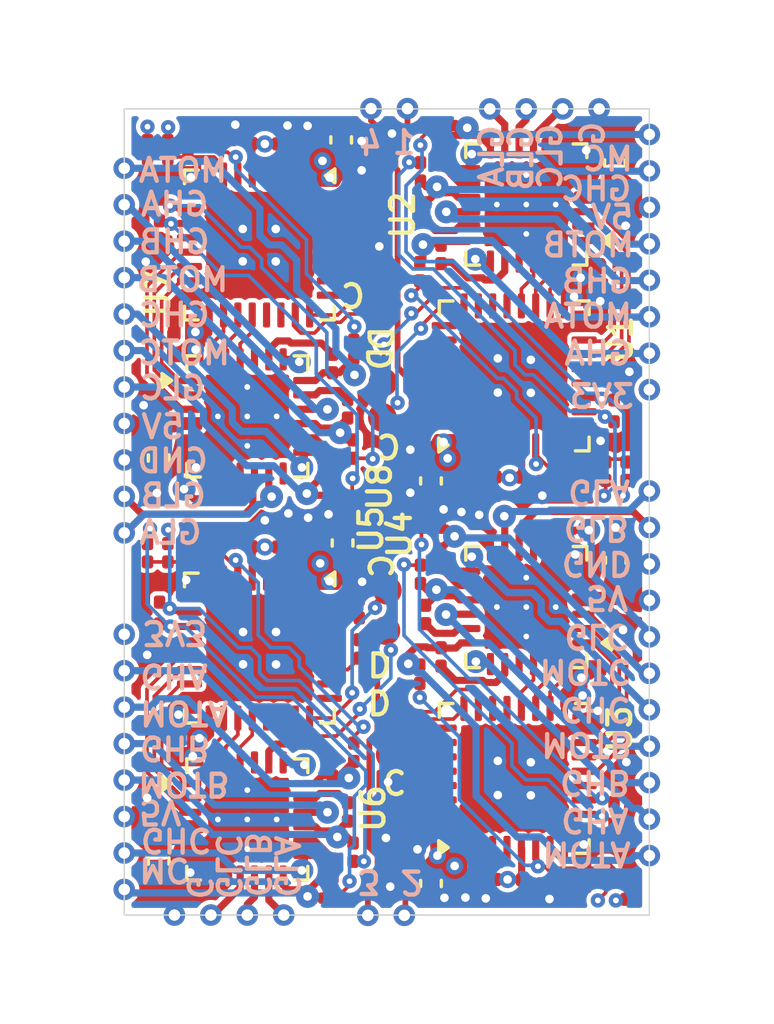
<source format=kicad_pcb>
(kicad_pcb (version 20241229) (generator "pcbnew") (generator_version "9.0")
  (layers (0 "F.Cu" signal) (4 "In1.Cu" signal) (6 "In2.Cu" signal) (2 "B.Cu" signal) (13 "F.Paste" user) (15 "B.Paste" user) (5 "F.SilkS" user "F.Silkscreen") (7 "B.SilkS" user "B.Silkscreen") (1 "F.Mask" user) (3 "B.Mask" user) (25 "Edge.Cuts" user))
  (net 0 "")
  (net 1 "GND")
  (net 11 "/3V3_Right")
  (net 12 "Net-(U1-NRST)")
  (net 13 "Net-(U1-PB4)")
  (net 14 "/Esc1/MOTORA")
  (net 15 "/Esc1/BOOSTA")
  (net 16 "/Esc1/BOOSTB")
  (net 17 "/Esc1/MOTORB")
  (net 18 "/Esc1/BOOSTC")
  (net 19 "/Esc1/MOTORC")
  (net 20 "/Esc1/GHA")
  (net 21 "/Esc1/GHC")
  (net 22 "/Esc1/GHB")
  (net 23 "/Esc1/GLB")
  (net 24 "/Esc1/GLC")
  (net 25 "/Esc1/GLA")
  (net 26 "/Esc1/BEMFA")
  (net 27 "/Esc1/BEMF_COMMON")
  (net 28 "/Esc1/BEMFB")
  (net 29 "/Esc1/BEMFC")
  (net 30 "/Esc1/BOOT0")
  (net 31 "/Esc1/SIGNAL_INPUT")
  (net 32 "/Esc1/SWDIO")
  (net 33 "/Esc1/SWCLK")
  (net 34 "/Esc1/CHIGH")
  (net 36 "/Esc1/TELEMETRY")
  (net 37 "/Esc1/BLOW")
  (net 38 "/Esc1/ALOW")
  (net 39 "/Esc1/CLOW")
  (net 41 "/Esc1/AHIGH")
  (net 42 "/Esc1/BHIGH")
  (net 43 "/Esc1/TELEMETRX")
  (net 44 "Net-(U3-NRST)")
  (net 45 "/Esc2/BOOSTA")
  (net 46 "/Esc2/MOTORA")
  (net 47 "/Esc2/MOTORB")
  (net 48 "/Esc2/BOOSTB")
  (net 49 "/Esc2/BOOSTC")
  (net 50 "/Esc2/MOTORC")
  (net 51 "/Esc2/GHC")
  (net 52 "/Esc2/GHA")
  (net 53 "/Esc2/GHB")
  (net 54 "/Esc2/GLB")
  (net 55 "/Esc2/GLC")
  (net 56 "/Esc2/GLA")
  (net 57 "/Esc2/BEMF_COMMON")
  (net 58 "/Esc2/BEMFA")
  (net 59 "/Esc2/BEMFB")
  (net 60 "/Esc2/BEMFC")
  (net 61 "Net-(U3-PB4)")
  (net 62 "/Esc2/SIGNAL_INPUT")
  (net 63 "/Esc2/BOOT0")
  (net 64 "/Esc2/SWCLK")
  (net 65 "/Esc2/SWDIO")
  (net 67 "/Esc2/TELEMETRY")
  (net 69 "/Esc2/BHIGH")
  (net 70 "/Esc2/CLOW")
  (net 71 "/Esc2/AHIGH")
  (net 72 "/Esc2/TELEMETRX")
  (net 73 "/Esc2/CHIGH")
  (net 78 "/Esc2/ALOW")
  (net 79 "/Esc2/BLOW")
  (net 85 "Net-(U5-NRST)")
  (net 86 "/Esc3/MOTORA")
  (net 87 "/Esc3/BOOSTA")
  (net 88 "/Esc3/BOOSTB")
  (net 89 "/Esc3/MOTORB")
  (net 90 "/Esc3/MOTORC")
  (net 91 "/Esc3/BOOSTC")
  (net 92 "/Esc3/BEMF_COMMON")
  (net 93 "/Esc3/BEMFA")
  (net 94 "/Esc3/BEMFB")
  (net 95 "/Esc3/BEMFC")
  (net 96 "Net-(U5-PB4)")
  (net 97 "/Esc3/SIGNAL_INPUT")
  (net 98 "/Esc3/BOOT0")
  (net 99 "/Esc3/SWCLK")
  (net 100 "/Esc3/SWDIO")
  (net 105 "/Esc3/TELEMETRX")
  (net 107 "/Esc3/AHIGH")
  (net 108 "/Esc3/CLOW")
  (net 112 "/Esc3/TELEMETRY")
  (net 113 "/Esc3/CHIGH")
  (net 115 "/Esc3/BLOW")
  (net 117 "/Esc3/BHIGH")
  (net 118 "/Esc3/ALOW")
  (net 119 "/Esc3/GHB")
  (net 121 "/Esc3/GLB")
  (net 122 "/Esc3/GHC")
  (net 123 "/Esc3/GHA")
  (net 124 "/Esc3/GLC")
  (net 125 "/Esc3/GLA")
  (net 126 "Net-(U7-NRST)")
  (net 127 "/Esc4/BOOSTA")
  (net 128 "/Esc4/MOTORA")
  (net 129 "/Esc4/MOTORB")
  (net 130 "/Esc4/BOOSTB")
  (net 131 "/Esc4/BOOSTC")
  (net 132 "/Esc4/MOTORC")
  (net 133 "/Esc4/GLA")
  (net 134 "/Esc4/GHA")
  (net 135 "/Esc4/GHB")
  (net 136 "/Esc4/GLC")
  (net 137 "/Esc4/GHC")
  (net 138 "/Esc4/GLB")
  (net 139 "/Esc4/BEMF_COMMON")
  (net 140 "/Esc4/BEMFA")
  (net 141 "/Esc4/BEMFB")
  (net 142 "/Esc4/BEMFC")
  (net 143 "Net-(U7-PB4)")
  (net 144 "/Esc4/SIGNAL_INPUT")
  (net 145 "/Esc4/BOOT0")
  (net 146 "/Esc4/SWCLK")
  (net 147 "/Esc4/SWDIO")
  (net 150 "/Esc4/CLOW")
  (net 151 "/Esc4/AHIGH")
  (net 153 "/Esc4/BLOW")
  (net 154 "/Esc4/CHIGH")
  (net 157 "/Esc4/TELEMETRX")
  (net 158 "/Esc4/TELEMETRY")
  (net 163 "/Esc4/BHIGH")
  (net 165 "/Esc4/ALOW")
  (net 167 "/Esc2/5V")
  (net 168 "/Esc1/5V")
  (net 169 "/Esc3/5V")
  (net 170 "/Esc4/5V")
  (net 171 "/3V3_Left")
  (footprint "Resistor_SMD:R_0201_0603Metric" (layer "F.Cu") (at 162.38 150.15 90)
    (property "Reference" "R5" (hide yes))
    (property "Value" "10K")
  )
  (footprint "Custom:Castellated11Pin127" (layer "F.Cu") (at 152.08 159.2475 180)
    (property "Reference" "J4" (hide yes))
    (property "Value" "Conn_01x11")
  )
  (footprint "Resistor_SMD:R_0201_0603Metric" (layer "F.Cu") (at 153.31 147.3 90)
    (property "Reference" "R38" (hide yes))
    (property "Value" "1K")
  )
  (footprint "Custom:QFN-32-1EP_5x5mm_P0.5mm_EP3.45x3.45mm-Custom" (layer "F.Cu") (at 165.67 167.8 90)
    (property "Reference" "U3")
    (property "Value" "STM32F051K8Ux")
  )
  (footprint "Resistor_SMD:R_0201_0603Metric" (layer "F.Cu") (at 160.054551 156.329159 90)
    (property "Reference" "R39" (hide yes))
    (property "Value" "10K")
  )
  (footprint "Custom:SW_Testpoint" (layer "F.Cu") (at 161.775 165.625)
    (property "Reference" "TP4" (hide yes))
    (property "Value" "TestPoint")
  )
  (footprint "Capacitor_SMD:C_0201_0603Metric" (layer "F.Cu") (at 162.594551 148.071159 -90)
    (property "Reference" "C23" (hide yes))
    (property "Value" "1u 10V")
  )
  (footprint "Capacitor_SMD:C_0201_0603Metric" (layer "F.Cu") (at 169.07 147.97 90)
    (property "Reference" "C21" (hide yes))
    (property "Value" "100n 10V")
  )
  (footprint "Capacitor_SMD:C_0201_0603Metric" (layer "F.Cu") (at 163.58 171.63 90)
    (property "Reference" "C2" (hide yes))
    (property "Value" "100n 10V")
  )
  (footprint "Capacitor_SMD:C_0402_1005Metric" (layer "F.Cu") (at 162.77 171.46 90)
    (property "Reference" "C4" (hide yes))
    (property "Value" "10u 10V")
  )
  (footprint "Resistor_SMD:R_0201_0603Metric" (layer "F.Cu") (at 162.404551 146.671159 -90)
    (property "Reference" "R8" (hide yes))
    (property "Value" "10K")
  )
  (footprint "Custom:SW_Testpoint" (layer "F.Cu") (at 161.2 162.65)
    (property "Reference" "TP6" (hide yes))
    (property "Value" "TestPoint")
  )
  (footprint "Capacitor_SMD:C_0201_0603Metric" (layer "F.Cu") (at 153.774551 166.74 -90)
    (property "Reference" "C12" (hide yes))
    (property "Value" "100n 10V")
  )
  (footprint "Capacitor_SMD:C_0201_0603Metric" (layer "F.Cu") (at 165.03 171.64 -90)
    (property "Reference" "C5" (hide yes))
    (property "Value" "1u 10V")
  )
  (footprint "Capacitor_SMD:C_0201_0603Metric" (layer "F.Cu") (at 164.33 171.66 -90)
    (property "Reference" "C3" (hide yes))
    (property "Value" "100n 10V")
  )
  (footprint "Resistor_SMD:R_0201_0603Metric" (layer "F.Cu") (at 153.31 162.74 -90)
    (property "Reference" "R31" (hide yes))
    (property "Value" "1K")
  )
  (footprint "Capacitor_SMD:C_0201_0603Metric" (layer "F.Cu") (at 159.354551 170.929159 90)
    (property "Reference" "C33" (hide yes))
    (property "Value" "1u 10V")
  )
  (footprint "Custom:Castellated8Pin127" (layer "F.Cu") (at 170.38 145.37)
    (property "Reference" "J7" (hide yes))
    (property "Value" "Conn_01x06")
  )
  (footprint "Resistor_SMD:R_0201_0603Metric" (layer "F.Cu") (at 168.16 157.23 -90)
    (property "Reference" "R3" (hide yes))
    (property "Value" "10K")
  )
  (footprint "Capacitor_SMD:C_0201_0603Metric" (layer "F.Cu") (at 165.93 157.63 90)
    (property "Reference" "C19" (hide yes))
    (property "Value" "10n 16V")
  )
  (footprint "Capacitor_SMD:C_0402_1005Metric" (layer "F.Cu") (at 169.21 160.2 -90)
    (property "Reference" "C7" (hide yes))
    (property "Value" "10u 10V")
  )
  (footprint "Resistor_SMD:R_0201_0603Metric" (layer "F.Cu") (at 154.3 145.77 90)
    (property "Reference" "R23" (hide yes))
    (property "Value" "10K")
  )
  (footprint "Capacitor_SMD:C_0201_0603Metric" (layer "F.Cu") (at 169.1 161.82 90)
    (property "Reference" "C8" (hide yes))
    (property "Value" "100n 10V")
  )
  (footprint "Capacitor_SMD:C_0201_0603Metric" (layer "F.Cu") (at 163.12 163.57 -90)
    (property "Reference" "C9" (hide yes))
    (property "Value" "1u 10V")
  )
  (footprint "Custom:QFN-32-1EP_5x5mm_P0.5mm_EP3.45x3.45mm-Custom" (layer "F.Cu") (at 165.67 153.78 90)
    (property "Reference" "U1")
    (property "Value" "STM32F051K8Ux")
  )
  (footprint "Resistor_SMD:R_0201_0603Metric" (layer "F.Cu") (at 153.31 148.7 -90)
    (property "Reference" "R41" (hide yes))
    (property "Value" "1K")
  )
  (footprint "Custom:SW_Testpoint" (layer "F.Cu") (at 160.875 150.375)
    (property "Reference" "TP7" (hide yes))
    (property "Value" "TestPoint")
  )
  (footprint "Resistor_SMD:R_0201_0603Metric" (layer "F.Cu") (at 162.754551 159.081159)
    (property "Reference" "R18" (hide yes))
    (property "Value" "10K")
  )
  (footprint "Capacitor_SMD:C_0402_1005Metric" (layer "F.Cu") (at 159.69 159.6 -90)
    (property "Reference" "C26" (hide yes))
    (property "Value" "10u 10V")
  )
  (footprint "Resistor_SMD:R_0201_0603Metric" (layer "F.Cu") (at 154.3 159.81 90)
    (property "Reference" "R24" (hide yes))
    (property "Value" "10K")
  )
  (footprint "Resistor_SMD:R_0201_0603Metric" (layer "F.Cu") (at 153.6 145.9 90)
    (property "Reference" "R37" (hide yes))
    (property "Value" "10K")
  )
  (footprint "Resistor_SMD:R_0201_0603Metric" (layer "F.Cu") (at 159.704551 157.939159 180)
    (property "Reference" "R42" (hide yes))
    (property "Value" "10K")
  )
  (footprint "Capacitor_SMD:C_0201_0603Metric" (layer "F.Cu") (at 162.58 162.09 -90)
    (property "Reference" "C10" (hide yes))
    (property "Value" "1u 10V")
  )
  (footprint "Custom:QFN-32-1EP_5x5mm_P0.5mm_EP3.45x3.45mm-Custom" (layer "F.Cu") (at 156.79 149.22 -90)
    (property "Reference" "U7")
    (property "Value" "STM32F051K8Ux")
  )
  (footprint "Resistor_SMD:R_0201_0603Metric" (layer "F.Cu") (at 169.15 168.32 90)
    (property "Reference" "R17" (hide yes))
    (property "Value" "1K")
  )
  (footprint "Capacitor_SMD:C_0201_0603Metric" (layer "F.Cu") (at 158.83 145.39 -90)
    (property "Reference" "C35" (hide yes))
    (property "Value" "100n 10V")
  )
  (footprint "Custom:SW_Testpoint" (layer "F.Cu") (at 161.1 154)
    (property "Reference" "TP1" (hide yes))
    (property "Value" "TestPoint")
  )
  (footprint "Capacitor_SMD:C_0201_0603Metric" (layer "F.Cu") (at 165.03 157.62 -90)
    (property "Reference" "C18" (hide yes))
    (property "Value" "1u 10V")
  )
  (footprint "Capacitor_SMD:C_0201_0603Metric" (layer "F.Cu") (at 165.93 171.65 90)
    (property "Reference" "C6" (hide yes))
    (property "Value" "10n 16V")
  )
  (footprint "Custom:VQFN-24-1EP_4x4mm_P0.5mm_EP2.45x2.45mm_ThermalVias-Custom" (layer "F.Cu") (at 156.368051 169.231159)
    (property "Reference" "U6")
    (property "Value" "DRV8300DRGE")
  )
  (footprint "Custom:Castellated4Pin127" (layer "F.Cu") (at 164.82 144.48 90)
    (property "Reference" "J8" (hide yes))
    (property "Value" "Conn_01x03")
  )
  (footprint "Resistor_SMD:R_0201_0603Metric" (layer "F.Cu") (at 153.6 159.94 90)
    (property "Reference" "R27" (hide yes))
    (property "Value" "10K")
  )
  (footprint "Resistor_SMD:R_0201_0603Metric" (layer "F.Cu") (at 169.15 169.72 -90)
    (property "Reference" "R14" (hide yes))
    (property "Value" "1K")
  )
  (footprint "Custom:Castellated8Pin127" (layer "F.Cu") (at 152.08 171.669 180)
    (property "Reference" "J3" (hide yes))
    (property "Value" "Conn_01x06")
  )
  (footprint "Capacitor_SMD:C_0201_0603Metric" (layer "F.Cu") (at 157.43 159.42 90)
    (property "Reference" "C27" (hide yes))
    (property "Value" "1u 10V")
  )
  (footprint "Resistor_SMD:R_0201_0603Metric" (layer "F.Cu") (at 163.19 145.06)
    (property "Reference" "R11" (hide yes))
    (property "Value" "10K")
  )
  (footprint "Resistor_SMD:R_0201_0603Metric" (layer "F.Cu") (at 166.98 157.42 180)
    (property "Reference" "R4" (hide yes))
    (property "Value" "1K")
  )
  (footprint "Capacitor_SMD:C_0201_0603Metric" (layer "F.Cu") (at 156.53 145.37 -90)
    (property "Reference" "C39" (hide yes))
    (property "Value" "10n 16V")
  )
  (footprint "Custom:Castellated4Pin127" (layer "F.Cu") (at 157.639 172.56 -90)
    (property "Reference" "J2" (hide yes))
    (property "Value" "Conn_01x03")
  )
  (footprint "Resistor_SMD:R_0201_0603Metric" (layer "F.Cu") (at 169.15 155.7 -90)
    (property "Reference" "R7" (hide yes))
    (property "Value" "1K")
  )
  (footprint "Capacitor_SMD:C_0201_0603Metric" (layer "F.Cu") (at 159.864551 168.969159 90)
    (property "Reference" "C32" (hide yes))
    (property "Value" "1u 10V")
  )
  (footprint "Resistor_SMD:R_0201_0603Metric" (layer "F.Cu") (at 160.08 166.89 -90)
    (property "Reference" "R26" (hide yes))
    (property "Value" "10K")
  )
  (footprint "Capacitor_SMD:C_0201_0603Metric" (layer "F.Cu") (at 158.13 145.39 90)
    (property "Reference" "C36" (hide yes))
    (property "Value" "100n 10V")
  )
  (footprint "Custom:Castellated2Pin127" (layer "F.Cu") (at 161.84 172.57 -90)
    (property "Reference" "J5" (hide yes))
    (property "Value" "Conn_01x02")
  )
  (footprint "Custom:SW_Testpoint" (layer "F.Cu") (at 161.075 155.225)
    (property "Reference" "TP3" (hide yes))
    (property "Value" "TestPoint")
  )
  (footprint "Resistor_SMD:R_0201_0603Metric" (layer "F.Cu") (at 169.15 154.3 90)
    (property "Reference" "R10" (hide yes))
    (property "Value" "1K")
  )
  (footprint "Capacitor_SMD:C_0402_1005Metric" (layer "F.Cu") (at 153.28 156.64 90)
    (property "Reference" "C40" (hide yes))
    (property "Value" "10u 10V")
  )
  (footprint "Capacitor_SMD:C_0201_0603Metric" (layer "F.Cu") (at 156.53 159.41 -90)
    (property "Reference" "C28" (hide yes))
    (property "Value" "10n 16V")
  )
  (footprint "Resistor_SMD:R_0201_0603Metric" (layer "F.Cu") (at 160.08 152.85 -90)
    (property "Reference" "R36" (hide yes))
    (property "Value" "10K")
  )
  (footprint "Custom:VQFN-24-1EP_4x4mm_P0.5mm_EP2.45x2.45mm_ThermalVias-Custom" (layer "F.Cu") (at 156.368051 155.191159)
    (property "Reference" "U8")
    (property "Value" "DRV8300DRGE")
  )
  (footprint "Capacitor_SMD:C_0201_0603Metric" (layer "F.Cu") (at 163.12 149.55 -90)
    (property "Reference" "C22" (hide yes))
    (property "Value" "1u 10V")
  )
  (footprint "Resistor_SMD:R_0201_0603Metric" (layer "F.Cu") (at 162.19 155.15 90)
    (property "Reference" "R20" (hide yes))
    (property "Value" "10K")
  )
  (footprint "Capacitor_SMD:C_0201_0603Metric" (layer "F.Cu") (at 168.684551 164.32 90)
    (property "Reference" "C1" (hide yes))
    (property "Value" "100n 10V")
  )
  (footprint "Resistor_SMD:R_0201_0603Metric" (layer "F.Cu") (at 162.404551 160.691159 -90)
    (property "Reference" "R15" (hide yes))
    (property "Value" "10K")
  )
  (footprint "Capacitor_SMD:C_0201_0603Metric" (layer "F.Cu") (at 159.34 167.39 90)
    (property "Reference" "C31" (hide yes))
    (property "Value" "1u 10V")
  )
  (footprint "Resistor_SMD:R_0201_0603Metric" (layer "F.Cu") (at 169.57 157.1 -90)
    (property "Reference" "R9" (hide yes))
    (property "Value" "10K")
  )
  (footprint "Capacitor_SMD:C_0201_0603Metric" (layer "F.Cu") (at 153.39 169.07 -90)
    (property "Reference" "C30" (hide yes))
    (property "Value" "100n 10V")
  )
  (footprint "Resistor_SMD:R_0201_0603Metric" (layer "F.Cu") (at 152.89 159.94 90)
    (property "Reference" "R30" (hide yes))
    (property "Value" "10K")
  )
  (footprint "Resistor_SMD:R_0201_0603Metric" (layer "F.Cu") (at 168.86 171.12 -90)
    (property "Reference" "R13" (hide yes))
    (property "Value" "10K")
  )
  (footprint "Custom:QFN-32-1EP_5x5mm_P0.5mm_EP3.45x3.45mm-Custom" (layer "F.Cu") (at 156.79 163.26 -90)
    (property "Reference" "U5")
    (property "Value" "STM32F051K8Ux")
  )
  (footprint "Resistor_SMD:R_0201_0603Metric" (layer "F.Cu") (at 169.57 171.69 -90)
    (property "Reference" "R16" (hide yes))
    (property "Value" "10K")
  )
  (footprint "Resistor_SMD:R_0201_0603Metric" (layer "F.Cu") (at 166.98 171.44 180)
    (property "Reference" "R2" (hide yes))
    (property "Value" "1K")
  )
  (footprint "Capacitor_SMD:C_0201_0603Metric" (layer "F.Cu") (at 159.34 153.35 90)
    (property "Reference" "C42" (hide yes))
    (property "Value" "1u 10V")
  )
  (footprint "Resistor_SMD:R_0201_0603Metric" (layer "F.Cu") (at 162.19 153.71 90)
    (property "Reference" "R21" (hide yes))
    (property "Value" "1K")
  )
  (footprint "Resistor_SMD:R_0201_0603Metric" (layer "F.Cu") (at 168.86 157.1 -90)
    (property "Reference" "R6" (hide yes))
    (property "Value" "10K")
  )
  (footprint "Resistor_SMD:R_0201_0603Metric" (layer "F.Cu") (at 155.48 159.62)
    (property "Reference" "R25" (hide yes))
    (property "Value" "1K")
  )
  (footprint "Capacitor_SMD:C_0201_0603Metric" (layer "F.Cu") (at 159.864551 154.929159 90)
    (property "Reference" "C43" (hide yes))
    (property "Value" "1u 10V")
  )
  (footprint "Custom:VQFN-24-1EP_4x4mm_P0.5mm_EP2.45x2.45mm_ThermalVias-Custom" (layer "F.Cu") (at 166.092051 147.811159 180)
    (property "Reference" "U2")
    (property "Value" "DRV8300DRGE")
  )
  (footprint "Resistor_SMD:R_0201_0603Metric" (layer "F.Cu") (at 160.27 149.25 -90)
    (property "Reference" "R43" (hide yes))
    (property "Value" "1K")
  )
  (footprint "Resistor_SMD:R_0201_0603Metric" (layer "F.Cu") (at 168.16 171.25 -90)
    (property "Reference" "R1" (hide yes))
    (property "Value" "10K")
  )
  (footprint "Capacitor_SMD:C_0201_0603Metric" (layer "F.Cu") (at 157.43 145.38 90)
    (property "Reference" "C38" (hide yes))
    (property "Value" "1u 10V")
  )
  (footprint "Resistor_SMD:R_0201_0603Metric" (layer "F.Cu") (at 160.27 147.85 -90)
    (property "Reference" "R44" (hide yes))
    (property "Value" "10K")
  )
  (footprint "Capacitor_SMD:C_0201_0603Metric" (layer "F.Cu") (at 163.63 157.61 90)
    (property "Reference" "C14" (hide yes))
    (property "Value" "100n 10V")
  )
  (footprint "Resistor_SMD:R_0201_0603Metric" (layer "F.Cu") (at 153.31 161.34 90)
    (property "Reference" "R28" (hide yes))
    (property "Value" "1K")
  )
  (footprint "Custom:VQFN-24-1EP_4x4mm_P0.5mm_EP2.45x2.45mm_ThermalVias-Custom" (layer "F.Cu") (at 166.092051 161.831159 180)
    (property "Reference" "U4")
    (property "Value" "DRV8300DRGE")
  )
  (footprint "Capacitor_SMD:C_0402_1005Metric" (layer "F.Cu") (at 153.28 170.68 90)
    (property "Reference" "C29" (hide yes))
    (property "Value" "10u 10V")
  )
  (footprint "Custom:SW_Testpoint" (layer "F.Cu") (at 160.875 151.625)
    (property "Reference" "TP8" (hide yes))
    (property "Value" "TestPoint")
  )
  (footprint "Capacitor_SMD:C_0201_0603Metric" (layer "F.Cu") (at 158.83 159.43 -90)
    (property "Reference" "C13" (hide yes))
    (property "Value" "100n 10V")
  )
  (footprint "Capacitor_SMD:C_0201_0603Metric" (layer "F.Cu") (at 164.33 157.64 -90)
    (property "Reference" "C17" (hide yes))
    (property "Value" "100n 10V")
  )
  (footprint "Resistor_SMD:R_0201_0603Metric" (layer "F.Cu") (at 152.89 145.9 90)
    (property "Reference" "R40" (hide yes))
    (property "Value" "10K")
  )
  (footprint "Resistor_SMD:R_0201_0603Metric" (layer "F.Cu") (at 155.48 145.58)
    (property "Reference" "R35" (hide yes))
    (property "Value" "1K")
  )
  (footprint "Resistor_SMD:R_0201_0603Metric" (layer "F.Cu") (at 160.27 163.29 -90)
    (property "Reference" "R33" (hide yes))
    (property "Value" "1K")
  )
  (footprint "Capacitor_SMD:C_0402_1005Metric" (layer "F.Cu") (at 159.64 145.56 -90)
    (property "Reference" "C37" (hide yes))
    (property "Value" "10u 10V")
  )
  (footprint "Resistor_SMD:R_0201_0603Metric" (layer "F.Cu") (at 160.27 161.89 -90)
    (property "Reference" "R34" (hide yes))
    (property "Value" "10K")
  )
  (footprint "Custom:Castellated11Pin127" (layer "F.Cu") (at 170.38 157.79)
    (property "Reference" "J1" (hide yes))
    (property "Value" "Conn_01x11")
  )
  (footprint "Capacitor_SMD:C_0201_0603Metric" (layer "F.Cu") (at 163.104551 160.131159 -90)
    (property "Reference" "C11" (hide yes))
    (property "Value" "1u 10V")
  )
  (footprint "Capacitor_SMD:C_0201_0603Metric" (layer "F.Cu") (at 158.13 159.43 90)
    (property "Reference" "C25" (hide yes))
    (property "Value" "100n 10V")
  )
  (footprint "Resistor_SMD:R_0201_0603Metric" (layer "F.Cu") (at 160.054551 170.369159 90)
    (property "Reference" "R29" (hide yes))
    (property "Value" "10K")
  )
  (footprint "Capacitor_SMD:C_0201_0603Metric" (layer "F.Cu") (at 168.684551 150.3 90)
    (property "Reference" "C15" (hide yes))
    (property "Value" "100n 10V")
  )
  (footprint "Resistor_SMD:R_0201_0603Metric" (layer "F.Cu") (at 162.19 169.46 90)
    (property "Reference" "R22" (hide yes))
    (property "Value" "10K")
  )
  (footprint "Custom:SW_Testpoint" (layer "F.Cu") (at 161.25 161.25)
    (property "Reference" "TP5" (hide yes))
    (property "Value" "TestPoint")
  )
  (footprint "Capacitor_SMD:C_0201_0603Metric" (layer "F.Cu") (at 153.774551 152.7 -90)
    (property "Reference" "C34" (hide yes))
    (property "Value" "100n 10V")
  )
  (footprint "Capacitor_SMD:C_0402_1005Metric" (layer "F.Cu") (at 169.18 146.36 -90)
    (property "Reference" "C20" (hide yes))
    (property "Value" "10u 10V")
  )
  (footprint "Custom:SW_Testpoint" (layer "F.Cu") (at 161.35 166.975)
    (property "Reference" "TP2" (hide yes))
    (property "Value" "TestPoint")
  )
  (footprint "Resistor_SMD:R_0201_0603Metric" (layer "F.Cu") (at 162.19 167.37 90)
    (property "Reference" "R19" (hide yes))
    (property "Value" "1K")
  )
  (footprint "Capacitor_SMD:C_0201_0603Metric" (layer "F.Cu") (at 163.104551 146.111159 -90)
    (property "Reference" "C24" (hide yes))
    (property "Value" "1u 10V")
  )
  (footprint "Capacitor_SMD:C_0201_0603Metric" (layer "F.Cu") (at 153.25 155.03 -90)
    (property "Reference" "C41" (hide yes))
    (property "Value" "100n 10V")
  )
  (footprint "Resistor_SMD:R_0201_0603Metric" (layer "F.Cu") (at 159.38 171.97 180)
    (property "Reference" "R32" (hide yes))
    (property "Value" "10K")
  )
  (footprint "Capacitor_SMD:C_0402_1005Metric" (layer "F.Cu") (at 162.77 157.44 90)
    (property "Reference" "C16" (hide yes))
    (property "Value" "10u 10V")
  )
  (footprint "Custom:Castellated2Pin127" (layer "F.Cu") (at 161.95 144.47 -90)
    (property "Reference" "J6" (hide yes))
    (property "Value" "Conn_01x02")
  )
  (footprint "Capacitor_SMD:C_0201_0603Metric" (layer "F.Cu") (at 159.354551 156.889159 90)
    (property "Reference" "C44" (hide yes))
    (property "Value" "1u 10V")
  )
  (footprint "Resistor_SMD:R_0201_0603Metric" (layer "F.Cu") (at 162.38 164.17 90)
    (property "Reference" "R12" (hide yes))
    (property "Value" "10K")
  )
  (gr_rect (start 152.08 144.48) (end 170.38 172.56) (stroke (width 0.05)) (fill no) (layer "Edge.Cuts"))
  (gr_text "D" (at 160.525 151.975 270) (layer "F.SilkS") (effects (font (size 0.8 0.8) (thickness 0.15) (bold yes)) (justify left bottom)))
  (gr_text "C" (at 160.55 150.475 180) (layer "F.SilkS") (effects (font (size 0.8 0.8) (thickness 0.15) (bold yes)) (justify left bottom)))
  (gr_text "C" (at 161.8 155.75 180) (layer "F.SilkS") (effects (font (size 0.8 0.8) (thickness 0.15) (bold yes)) (justify left bottom)))
  (gr_text "C" (at 161 168.45 0) (layer "F.SilkS") (effects (font (size 0.8 0.8) (thickness 0.15) (bold yes)) (justify left bottom)))
  (gr_text "D" (at 160.475 152.675 270) (layer "F.SilkS") (effects (font (size 0.8 0.8) (thickness 0.15) (bold yes)) (justify left bottom)))
  (gr_text "D" (at 160.475 164.35 0) (layer "F.SilkS") (effects (font (size 0.8 0.8) (thickness 0.15) (bold yes)) (justify left bottom)))
  (gr_text "C" (at 160.525 159.9 270) (layer "F.SilkS") (effects (font (size 0.8 0.8) (thickness 0.15) (bold yes)) (justify left bottom)))
  (gr_text "D" (at 160.475 165.675 0) (layer "F.SilkS") (effects (font (size 0.8 0.8) (thickness 0.15) (bold yes)) (justify left bottom)))
  (gr_text "MOTC" (at 166.47 163.6 180) (layer "B.SilkS") (effects (font (size 0.8 0.8) (thickness 0.15) (bold yes)) (justify left bottom mirror)))
  (gr_text "MOTB" (at 155.79 150.9 0) (layer "B.SilkS") (effects (font (size 0.8 0.8) (thickness 0.15) (bold yes)) (justify left bottom mirror)))
  (gr_text "GLA" (at 167.46 157.35 180) (layer "B.SilkS") (effects (font (size 0.8 0.8) (thickness 0.15) (bold yes)) (justify left bottom mirror)))
  (gr_text "GHC" (at 167.18 164.92 180) (layer "B.SilkS") (effects (font (size 0.8 0.8) (thickness 0.15) (bold yes)) (justify left bottom mirror)))
  (gr_text "GHB" (at 167.18 167.47 180) (layer "B.SilkS") (effects (font (size 0.8 0.8) (thickness 0.15) (bold yes)) (justify left bottom mirror)))
  (gr_text "2" (at 161.62 170.94 180) (layer "B.SilkS") (effects (font (size 0.8 0.8) (thickness 0.15) (bold yes)) (justify left bottom mirror)))
  (gr_text "GHA" (at 169.86 153.46 0) (layer "B.SilkS") (effects (font (size 0.8 0.8) (thickness 0.15) (bold yes)) (justify left bottom mirror)))
  (gr_text "GLB" (at 155.01 158.43 0) (layer "B.SilkS") (effects (font (size 0.8 0.8) (thickness 0.15) (bold yes)) (justify left bottom mirror)))
  (gr_text "GLC" (at 155.23 172.09 270) (layer "B.SilkS") (effects (font (size 0.8 0.8) (thickness 0.15) (bold yes)) (justify left bottom mirror)))
  (gr_text "GLB" (at 167.31 158.62 180) (layer "B.SilkS") (effects (font (size 0.8 0.8) (thickness 0.15) (bold yes)) (justify left bottom mirror)))
  (gr_text "GHA" (at 167.22 168.78 180) (layer "B.SilkS") (effects (font (size 0.8 0.8) (thickness 0.15) (bold yes)) (justify left bottom mirror)))
  (gr_text "3V3" (at 152.65 162.25 180) (layer "B.SilkS") (effects (font (size 0.8 0.8) (thickness 0.15) (bold yes)) (justify left bottom mirror)))
  (gr_text "1" (at 162.31 146.12 0) (layer "B.SilkS") (effects (font (size 0.8 0.8) (thickness 0.15) (bold yes)) (justify left bottom mirror)))
  (gr_text "MOTA" (at 152.55 165.05 180) (layer "B.SilkS") (effects (font (size 0.8 0.8) (thickness 0.15) (bold yes)) (justify left bottom mirror)))
  (gr_text "MOTA" (at 155.75 147.09 0) (layer "B.SilkS") (effects (font (size 0.8 0.8) (thickness 0.15) (bold yes)) (justify left bottom mirror)))
  (gr_text "GHA" (at 152.55 163.76 180) (layer "B.SilkS") (effects (font (size 0.8 0.8) (thickness 0.15) (bold yes)) (justify left bottom mirror)))
  (gr_text "GHB" (at 152.53 166.27 180) (layer "B.SilkS") (effects (font (size 0.8 0.8) (thickness 0.15) (bold yes)) (justify left bottom mirror)))
  (gr_text "GLC" (at 167.39 144.91 90) (layer "B.SilkS") (effects (font (size 0.8 0.8) (thickness 0.15) (bold yes)) (justify left bottom mirror)))
  (gr_text "MOTA" (at 169.86 152.17 0) (layer "B.SilkS") (effects (font (size 0.8 0.8) (thickness 0.15) (bold yes)) (justify left bottom mirror)))
  (gr_text "GND" (at 155.08 157.21 0) (layer "B.SilkS") (effects (font (size 0.8 0.8) (thickness 0.15) (bold yes)) (justify left bottom mirror)))
  (gr_text "3" (at 160.14 170.92 180) (layer "B.SilkS") (effects (font (size 0.8 0.8) (thickness 0.15) (bold yes)) (justify left bottom mirror)))
  (gr_text "MC" (at 169.89 146.7 0) (layer "B.SilkS") (effects (font (size 0.8 0.8) (thickness 0.15) (bold yes)) (justify left bottom mirror)))
  (gr_text "4" (at 161.14 146.16 0) (layer "B.SilkS") (effects (font (size 0.8 0.8) (thickness 0.15) (bold yes)) (justify left bottom mirror)))
  (gr_text "GHC" (at 169.84 147.74 0) (layer "B.SilkS") (effects (font (size 0.8 0.8) (thickness 0.15) (bold yes)) (justify left bottom mirror)))
  (gr_text "MOTB" (at 152.48 167.53 180) (layer "B.SilkS") (effects (font (size 0.8 0.8) (thickness 0.15) (bold yes)) (justify left bottom mirror)))
  (gr_text "5V" (at 152.51 168.5 180) (layer "B.SilkS") (effects (font (size 0.8 0.8) (thickness 0.15) (bold yes)) (justify left bottom mirror)))
  (gr_text "MOTC" (at 155.85 153.45 0) (layer "B.SilkS") (effects (font (size 0.8 0.8) (thickness 0.15) (bold yes)) (justify left bottom mirror)))
  (gr_text "MOTA" (at 166.57 169.96 180) (layer "B.SilkS") (effects (font (size 0.8 0.8) (thickness 0.15) (bold yes)) (justify left bottom mirror)))
  (gr_text "GHC" (at 155.14 152.13 0) (layer "B.SilkS") (effects (font (size 0.8 0.8) (thickness 0.15) (bold yes)) (justify left bottom mirror)))
  (gr_text "GLB" (at 166.37 144.97 90) (layer "B.SilkS") (effects (font (size 0.8 0.8) (thickness 0.15) (bold yes)) (justify left bottom mirror)))
  (gr_text "GLA" (at 165.35 144.96 90) (layer "B.SilkS") (effects (font (size 0.8 0.8) (thickness 0.15) (bold yes)) (justify left bottom mirror)))
  (gr_text "GHB" (at 169.88 150.95 0) (layer "B.SilkS") (effects (font (size 0.8 0.8) (thickness 0.15) (bold yes)) (justify left bottom mirror)))
  (gr_text "GLC" (at 167.33 162.38 180) (layer "B.SilkS") (effects (font (size 0.8 0.8) (thickness 0.15) (bold yes)) (justify left bottom mirror)))
  (gr_text "GLA" (at 157.27 172.04 270) (layer "B.SilkS") (effects (font (size 0.8 0.8) (thickness 0.15) (bold yes)) (justify left bottom mirror)))
  (gr_text "GHB" (at 155.14 149.58 0) (layer "B.SilkS") (effects (font (size 0.8 0.8) (thickness 0.15) (bold yes)) (justify left bottom mirror)))
  (gr_text "3V3" (at 169.93 154.97 0) (layer "B.SilkS") (effects (font (size 0.8 0.8) (thickness 0.15) (bold yes)) (justify left bottom mirror)))
  (gr_text "G" (at 168.87 144.84 90) (layer "B.SilkS") (effects (font (size 0.8 0.8) (thickness 0.15) (bold yes)) (justify left bottom mirror)))
  (gr_text "MOTB" (at 166.53 166.15 180) (layer "B.SilkS") (effects (font (size 0.8 0.8) (thickness 0.15) (bold yes)) (justify left bottom mirror)))
  (gr_text "5V" (at 168.08 161.03 180) (layer "B.SilkS") (effects (font (size 0.8 0.8) (thickness 0.15) (bold yes)) (justify left bottom mirror)))
  (gr_text "GLA" (at 154.86 159.7 0) (layer "B.SilkS") (effects (font (size 0.8 0.8) (thickness 0.15) (bold yes)) (justify left bottom mirror)))
  (gr_text "GHC" (at 152.57 169.48 180) (layer "B.SilkS") (effects (font (size 0.8 0.8) (thickness 0.15) (bold yes)) (justify left bottom mirror)))
  (gr_text "MOTB" (at 169.93 149.69 0) (layer "B.SilkS") (effects (font (size 0.8 0.8) (thickness 0.15) (bold yes)) (justify left bottom mirror)))
  (gr_text "G" (at 154.22 172.1 270) (layer "B.SilkS") (effects (font (size 0.8 0.8) (thickness 0.15) (bold yes)) (justify left bottom mirror)))
  (gr_text "MC" (at 152.52 170.52 180) (layer "B.SilkS") (effects (font (size 0.8 0.8) (thickness 0.15) (bold yes)) (justify left bottom mirror)))
  (gr_text "GLC" (at 154.99 154.67 0) (layer "B.SilkS") (effects (font (size 0.8 0.8) (thickness 0.15) (bold yes)) (justify left bottom mirror)))
  (gr_text "5V" (at 169.9 148.72 0) (layer "B.SilkS") (effects (font (size 0.8 0.8) (thickness 0.15) (bold yes)) (justify left bottom mirror)))
  (gr_text "GHA" (at 155.1 148.27 0) (layer "B.SilkS") (effects (font (size 0.8 0.8) (thickness 0.15) (bold yes)) (justify left bottom mirror)))
  (gr_text "GLB" (at 156.25 172.03 270) (layer "B.SilkS") (effects (font (size 0.8 0.8) (thickness 0.15) (bold yes)) (justify left bottom mirror)))
  (gr_text "5V" (at 154.24 156.02 0) (layer "B.SilkS") (effects (font (size 0.8 0.8) (thickness 0.15) (bold yes)) (justify left bottom mirror)))
  (gr_text "GND" (at 167.24 159.84 180) (layer "B.SilkS") (effects (font (size 0.8 0.8) (thickness 0.15) (bold yes)) (justify left bottom mirror)))
  (segment (start 169.2 156.07) (end 169.15 156.02) (width 0.25) (layer "F.Cu") (net 1))
  (segment (start 153.774551 166.42) (end 153.774551 165.775449) (width 0.25) (layer "F.Cu") (net 1))
  (segment (start 169.603 155.816999) (end 169.349999 156.07) (width 0.25) (layer "F.Cu") (net 1))
  (segment (start 169.579673 167.232) (end 169.568 167.232) (width 0.25) (layer "F.Cu") (net 1))
  (segment (start 154.788659 157.178659) (end 154.58 156.97) (width 0.25) (layer "F.Cu") (net 1))
  (segment (start 169.683378 153.636347) (end 169.663653 153.636347) (width 0.25) (layer "F.Cu") (net 1))
  (segment (start 154.28 146.98) (end 154.4 146.86) (width 0.25) (layer "F.Cu") (net 1))
  (segment (start 153.31 163.067) (end 152.88 163.497) (width 0.25) (layer "F.Cu") (net 1))
  (segment (start 153.110001 163.06) (end 152.857 162.806999) (width 0.25) (layer "F.Cu") (net 1))
  (segment (start 168.1075 166.05) (end 168.1075 165.924373) (width 0.25) (layer "F.Cu") (net 1))
  (segment (start 162.12 157.92) (end 162.05 157.85) (width 0.25) (layer "F.Cu") (net 1))
  (segment (start 160.27 161.57) (end 160.27 161.05) (width 0.25) (layer "F.Cu") (net 1))
  (segment (start 152.83726 154.80224) (end 152.9295 154.71) (width 0.25) (layer "F.Cu") (net 1))
  (segment (start 162.18 169.95) (end 162.283007 169.846993) (width 0.25) (layer "F.Cu") (net 1))
  (segment (start 152.9295 154.71) (end 153.25 154.71) (width 0.25) (layer "F.Cu") (net 1))
  (segment (start 154.3 171.16) (end 154.38 171.08) (width 0.25) (layer "F.Cu") (net 1))
  (segment (start 162.19 155.47) (end 162.19 156.21) (width 0.25) (layer "F.Cu") (net 1))
  (segment (start 165.903571 171.96) (end 165.930571 171.987) (width 0.25) (layer "F.Cu") (net 1))
  (segment (start 152.83 149.802) (end 152.832 149.8) (width 0.25) (layer "F.Cu") (net 1))
  (segment (start 169.15 153.98) (end 169.241988 153.98) (width 0.25) (layer "F.Cu") (net 1))
  (segment (start 166.66 171.44) (end 166.66 171.76) (width 0.25) (layer "F.Cu") (net 1))
  (segment (start 153.31 163.06) (end 153.110001 163.06) (width 0.25) (layer "F.Cu") (net 1))
  (segment (start 169.1 156.07) (end 169.15 156.02) (width 0.25) (layer "F.Cu") (net 1))
  (segment (start 167.342051 145.823659) (end 168.080392 145.823659) (width 0.25) (layer "F.Cu") (net 1))
  (segment (start 159.823 145.07) (end 158.47 145.07) (width 0.25) (layer "F.Cu") (net 1))
  (segment (start 152.857 161.273001) (end 153.110001 161.02) (width 0.25) (layer "F.Cu") (net 1))
  (segment (start 168.080392 145.823659) (end 168.18 145.923267) (width 0.25) (layer "F.Cu") (net 1))
  (segment (start 169.6 153.7) (end 169.43 153.7) (width 0.25) (layer "F.Cu") (net 1))
  (segment (start 152.755603 154.80224) (end 152.83726 154.80224) (width 0.25) (layer "F.Cu") (net 1))
  (segment (start 153.28 157.8) (end 153.22 157.86) (width 0.25) (layer "F.Cu") (net 1))
  (segment (start 153.31 146.98) (end 154.28 146.98) (width 0.25) (layer "F.Cu") (net 1))
  (segment (start 169.07 148.29) (end 169.29 148.29) (width 0.25) (layer "F.Cu") (net 1))
  (segment (start 164.3 171.95) (end 164.33 171.98) (width 0.25) (layer "F.Cu") (net 1))
  (segment (start 164.33 171.98) (end 164.68 171.98) (width 0.25) (layer "F.Cu") (net 1))
  (segment (start 163.58 171.95) (end 164.3 171.95) (width 0.25) (layer "F.Cu") (net 1))
  (segment (start 153.31 163.06) (end 153.31 163.067) (width 0.25) (layer "F.Cu") (net 1))
  (segment (start 155.118051 157.178659) (end 154.788659 157.178659) (width 0.25) (layer "F.Cu") (net 1))
  (segment (start 169.15 167.65) (end 169.15 168) (width 0.25) (layer "F.Cu") (net 1))
  (segment (start 152.857 162.806999) (end 152.857 161.273001) (width 0.25) (layer "F.Cu") (net 1))
  (segment (start 169.663653 153.636347) (end 169.6 153.7) (width 0.25) (layer "F.Cu") (net 1))
  (segment (start 168.1075 165.924373) (end 168.585552 165.446321) (width 0.25) (layer "F.Cu") (net 1))
  (segment (start 168.841907 156.041907) (end 168.87 156.07) (width 0.25) (layer "F.Cu") (net 1))
  (segment (start 162.628815 169.846993) (end 162.925808 169.55) (width 0.25) (layer "F.Cu") (net 1))
  (segment (start 162.77 157.92) (end 162.12 157.92) (width 0.25) (layer "F.Cu") (net 1))
  (segment (start 166.65 157.95) (end 166.65 157.43) (width 0.25) (layer "F.Cu") (net 1))
  (segment (start 153.110001 161.02) (end 153.31 161.02) (width 0.25) (layer "F.Cu") (net 1))
  (segment (start 153.31 149.49) (end 153.31 149.02) (width 0.25) (layer "F.Cu") (net 1))
  (segment (start 166.65 157.43) (end 166.66 157.42) (width 0.25) (layer "F.Cu") (net 1))
  (segment (start 162.18 170.15) (end 162.18 169.95) (width 0.25) (layer "F.Cu") (net 1))
  (segment (start 162.77 171.94) (end 163.22 171.94) (width 0.25) (layer "F.Cu") (net 1))
  (segment (start 160.0915 145.3385) (end 159.823 145.07) (width 0.25) (layer "F.Cu") (net 1))
  (segment (start 154.11 161.02) (end 154.24 160.89) (width 0.25) (layer "F.Cu") (net 1))
  (segment (start 162.19 156.21) (end 162.05 156.35) (width 0.25) (layer "F.Cu") (net 1))
  (segment (start 163.22 171.94) (end 163.24 171.96) (width 0.25) (layer "F.Cu") (net 1))
  (segment (start 166.66 171.76) (end 166.9 172) (width 0.25) (layer "F.Cu") (net 1))
  (segment (start 169.241988 153.98) (end 169.603 154.341012) (width 0.25) (layer "F.Cu") (net 1))
  (segment (start 169.29 148.29) (end 169.55 148.55) (width 0.25) (layer "F.Cu") (net 1))
  (segment (start 152.832 149.8) (end 153 149.8) (width 0.25) (layer "F.Cu") (net 1))
  (segment (start 153 149.8) (end 153.31 149.49) (width 0.25) (layer "F.Cu") (net 1))
  (segment (start 165.93 157.95) (end 166.65 157.95) (width 0.25) (layer "F.Cu") (net 1))
  (segment (start 169.43 153.7) (end 169.15 153.98) (width 0.25) (layer "F.Cu") (net 1))
  (segment (start 168.87 156.07) (end 169.1 156.07) (width 0.25) (layer "F.Cu") (net 1))
  (segment (start 160.27 161.05) (end 160.37 160.95) (width 0.25) (layer "F.Cu") (net 1))
  (segment (start 153.774551 165.775449) (end 153.97 165.58) (width 0.25) (layer "F.Cu") (net 1))
  (segment (start 160.0915 145.3385) (end 160.353 145.6) (width 0.25) (layer "F.Cu") (net 1))
  (segment (start 153.28 171.16) (end 154.3 171.16) (width 0.25) (layer "F.Cu") (net 1))
  (segment (start 169.603 154.341012) (end 169.603 155.816999) (width 0.25) (layer "F.Cu") (net 1))
  (segment (start 162.925808 169.55) (end 163.2325 169.55) (width 0.25) (layer "F.Cu") (net 1))
  (segment (start 165.03 171.96) (end 165.903571 171.96) (width 0.25) (layer "F.Cu") (net 1))
  (segment (start 169.568 167.232) (end 169.15 167.65) (width 0.25) (layer "F.Cu") (net 1))
  (segment (start 153.31 161.02) (end 154.11 161.02) (width 0.25) (layer "F.Cu") (net 1))
  (segment (start 153.28 157.12) (end 153.28 157.8) (width 0.25) (layer "F.Cu") (net 1))
  (segment (start 162.283007 169.846993) (end 162.628815 169.846993) (width 0.25) (layer "F.Cu") (net 1))
  (segment (start 169.21 159.065) (end 169.2 159.055) (width 0.25) (layer "F.Cu") (net 1))
  (segment (start 168.079551 160.281551) (end 167.798 160) (width 0.25) (layer "F.Cu") (net 1))
  (segment (start 169.349999 156.07) (end 169.2 156.07) (width 0.25) (layer "F.Cu") (net 1))
  (segment (start 169.21 159.72) (end 169.21 159.065) (width 0.25) (layer "F.Cu") (net 1))
  (segment (start 160.353 145.6) (end 160.353 146.62) (width 0.25) (layer "F.Cu") (net 1))
  (segment (start 162.3 170.27) (end 162.18 170.15) (width 0.25) (layer "F.Cu") (net 1))
  (segment (start 159.833 145.08) (end 160.0915 145.3385) (width 0.25) (layer "F.Cu") (net 1))
  (segment (start 168.079551 160.581159) (end 168.079551 160.281551) (width 0.25) (layer "F.Cu") (net 1))
  (segment (start 168.679551 156.041907) (end 168.841907 156.041907) (width 0.25) (layer "F.Cu") (net 1))
  (segment (start 159.64 145.08) (end 159.833 145.08) (width 0.25) (layer "F.Cu") (net 1))
  (via (at 158.47 145.07) (size 0.6) (drill 0.3) (layers "F.Cu" "B.Cu") (net 1))
  (via (at 166.25 153.22) (size 0.6) (drill 0.3) (layers "F.Cu" "B.Cu") (net 1))
  (via (at 157.36 148.663762) (size 0.6) (drill 0.3) (layers "F.Cu" "B.Cu") (net 1))
  (via (at 160.353 145.6) (size 0.6) (drill 0.3) (layers "F.Cu" "B.Cu") (net 1))
  (via (at 161.35 171.57) (size 0.6) (drill 0.3) (layers "F.Cu" "B.Cu") (net 1))
  (via (at 161.41 145.34) (size 0.6) (drill 0.3) (layers "F.Cu" "B.Cu") (net 1))
  (via (at 164.45 158.62) (size 0.6) (drill 0.3) (layers "F.Cu" "B.Cu") (net 1))
  (via (at 169.2 159.055) (size 0.6) (drill 0.3) (layers "F.Cu" "B.Cu") (net 1))
  (via (at 165.1 168.38) (size 0.6) (drill 0.3) (layers "F.Cu" "B.Cu") (net 1))
  (via (at 157.37 162.7) (size 0.6) (drill 0.3) (layers "F.Cu" "B.Cu") (net 1))
  (via (at 168.668551 151.178) (size 0.6) (drill 0.3) (layers "F.Cu" "B.Cu") (net 1))
  (via (at 155.95 145.03) (size 0.6) (drill 0.3) (layers "F.Cu" "B.Cu") (net 1))
  (via (at 168.679551 156.041907) (size 0.6) (drill 0.3) (layers "F.Cu" "B.Cu") (net 1))
  (via (at 154.24 160.89) (size 0.6) (drill 0.3) (layers "F.Cu" "B.Cu") (net 1))
  (via (at 157.8 158.57) (size 0.6) (drill 0.3) (layers "F.Cu" "B.Cu") (net 1))
  (via (at 163.83 158.52) (size 0.6) (drill 0.3) (layers "F.Cu" "B.Cu") (net 1))
  (via (at 168.096347 170.102) (size 0.6) (drill 0.3) (layers "F.Cu" "B.Cu") (net 1))
  (via (at 162.3 170.27) (size 0.6) (drill 0.3) (layers "F.Cu" "B.Cu") (net 1))
  (via (at 169.463774 162.633128) (size 0.6) (drill 0.3) (layers "F.Cu" "B.Cu") (net 1))
  (via (at 160.97 149.27) (size 0.6) (drill 0.3) (layers "F.Cu" "B.Cu") (net 1))
  (via (at 152.83 149.802) (size 0.6) (drill 0.3) (layers "F.Cu" "B.Cu") (net 1))
  (via (at 158.49 158.72) (size 0.6) (drill 0.3) (layers "F.Cu" "B.Cu") (net 1))
  (via (at 154.58 156.97) (size 0.6) (drill 0.3) (layers "F.Cu" "B.Cu") (net 1))
  (via (at 156.22 163.826238) (size 0.6) (drill 0.3) (layers "F.Cu" "B.Cu") (net 1))
  (via (at 154.4 146.86) (size 0.6) (drill 0.3) (layers "F.Cu" "B.Cu") (net 1))
  (via (at 162.05 156.35) (size 0.6) (drill 0.3) (layers "F.Cu" "B.Cu") (net 1))
  (via (at 166.65 157.95) (size 0.6) (drill 0.3) (layers "F.Cu" "B.Cu") (net 1))
  (via (at 160.37 160.95) (size 0.6) (drill 0.3) (layers "F.Cu" "B.Cu") (net 1))
  (via (at 160.353 146.62) (size 0.6) (drill 0.3) (layers "F.Cu" "B.Cu") (net 1))
  (via (at 154.38 171.08) (size 0.6) (drill 0.3) (layers "F.Cu" "B.Cu") (net 1))
  (via (at 161.2 169.875) (size 0.6) (drill 0.3) (layers "F.Cu" "B.Cu") (net 1))
  (via (at 153.97 165.58) (size 0.6) (drill 0.3) (layers "F.Cu" "B.Cu") (net 1))
  (via (at 153.22 157.86) (size 0.6) (drill 0.3) (layers "F.Cu" "B.Cu") (net 1))
  (via (at 165.1 167.19) (size 0.6) (drill 0.3) (layers "F.Cu" "B.Cu") (net 1))
  (via (at 152.88 163.497) (size 0.6) (drill 0.3) (layers "F.Cu" "B.Cu") (net 1))
  (via (at 161.275 167.925) (size 0.6) (drill 0.3) (layers "F.Cu" "B.Cu") (net 1))
  (via (at 166.25 154.37) (size 0.6) (drill 0.3) (layers "F.Cu" "B.Cu") (net 1))
  (via (at 163.97 171.95) (size 0.6) (drill 0.3) (layers "F.Cu" "B.Cu") (net 1))
  (via (at 168.585552 165.446321) (size 0.6) (drill 0.3) (layers "F.Cu" "B.Cu") (net 1))
  (via (at 152.755603 154.80224) (size 0.6) (drill 0.3) (layers "F.Cu" "B.Cu") (net 1))
  (via (at 164.68 171.98) (size 0.6) (drill 0.3) (layers "F.Cu" "B.Cu") (net 1))
  (via (at 157.37 163.83) (size 0.6) (drill 0.3) (layers "F.Cu" "B.Cu") (net 1))
  (via (at 166.25 168.39) (size 0.6) (drill 0.3) (layers "F.Cu" "B.Cu") (net 1))
  (via (at 169.579673 167.232) (size 0.6) (drill 0.3) (layers "F.Cu" "B.Cu") (net 1))
  (via (at 165.1 153.17) (size 0.6) (drill 0.3) (layers "F.Cu" "B.Cu") (net 1))
  (via (at 166.25 167.24) (size 0.6) (drill 0.3) (layers "F.Cu" "B.Cu") (net 1))
  (via (at 163.21 158.43) (size 0.6) (drill 0.3) (layers "F.Cu" "B.Cu") (net 1))
  (via (at 169.55 148.55) (size 0.6) (drill 0.3) (layers "F.Cu" "B.Cu") (net 1))
  (via (at 156.21 148.663762) (size 0.6) (drill 0.3) (layers "F.Cu" "B.Cu") (net 1))
  (via (at 159.2 158.6) (size 0.6) (drill 0.3) (layers "F.Cu" "B.Cu") (net 1))
  (via (at 157.36 149.793762) (size 0.6) (drill 0.3) (layers "F.Cu" "B.Cu") (net 1))
  (via (at 168.18 145.923267) (size 0.6) (drill 0.3) (layers "F.Cu" "B.Cu") (net 1))
  (via (at 163.24 171.96) (size 0.6) (drill 0.3) (layers "F.Cu" "B.Cu") (net 1))
  (via (at 165.1 154.36) (size 0.6) (drill 0.3) (layers "F.Cu" "B.Cu") (net 1))
  (via (at 162.05 157.85) (size 0.6) (drill 0.3) (layers "F.Cu" "B.Cu") (net 1))
  (via (at 156.22 162.7) (size 0.6) (drill 0.3) (layers "F.Cu" "B.Cu") (net 1))
  (via (at 167.798 160) (size 0.6) (drill 0.3) (layers "F.Cu" "B.Cu") (net 1))
  (via (at 156.21 149.79) (size 0.6) (drill 0.3) (layers "F.Cu" "B.Cu") (net 1))
  (via (at 166.9 172) (size 0.6) (drill 0.3) (layers "F.Cu" "B.Cu") (net 1))
  (via (at 156.98 158.81) (size 0.6) (drill 0.3) (layers "F.Cu" "B.Cu") (net 1))
  (via (at 157.77 145.06) (size 0.6) (drill 0.3) (layers "F.Cu" "B.Cu") (net 1))
  (via (at 152.88 168.48) (size 0.6) (drill 0.3) (layers "F.Cu" "B.Cu") (net 1))
  (via (at 169.683378 153.636347) (size 0.6) (drill 0.3) (layers "F.Cu" "B.Cu") (net 1))
  (segment (start 165.93 157.31) (end 165.93 156.2275) (width 0.25) (layer "F.Cu") (net 11))
  (segment (start 168.684551 164) (end 168.3 164) (width 0.25) (layer "F.Cu") (net 11))
  (segment (start 165.93 156.2275) (end 165.92 156.2175) (width 0.25) (layer "F.Cu") (net 11))
  (segment (start 168.3 164) (end 168.01 164.29) (width 0.25) (layer "F.Cu") (net 11))
  (segment (start 162.77 156.96) (end 163.04 156.96) (width 0.25) (layer "F.Cu") (net 11))
  (segment (start 163.344383 156.2175) (end 163.208883 156.082) (width 0.25) (layer "F.Cu") (net 11))
  (segment (start 165.39 157.3) (end 165.425 157.335) (width 0.25) (layer "F.Cu") (net 11))
  (segment (start 165.425 157.335) (end 165.905 157.335) (width 0.25) (layer "F.Cu") (net 11))
  (segment (start 163.6 170.843561) (end 163.6 170.5575) (width 0.25) (layer "F.Cu") (net 11))
  (segment (start 165.03 157.3) (end 165.39 157.3) (width 0.25) (layer "F.Cu") (net 11))
  (segment (start 163.04 156.96) (end 163.35 156.65) (width 0.25) (layer "F.Cu") (net 11))
  (segment (start 163.92 156.2175) (end 163.344383 156.2175) (width 0.25) (layer "F.Cu") (net 11))
  (segment (start 165.03 171.32) (end 165.17 171.32) (width 0.25) (layer "F.Cu") (net 11))
  (segment (start 165.92 171.32) (end 165.93 171.33) (width 0.25) (layer "F.Cu") (net 11))
  (segment (start 165.93 171.33) (end 165.93 170.2475) (width 0.25) (layer "F.Cu") (net 11))
  (segment (start 163.594904 170.848657) (end 163.6 170.843561) (width 0.25) (layer "F.Cu") (net 11))
  (segment (start 162.77 170.713472) (end 162.77 170.98) (width 0.25) (layer "F.Cu") (net 11))
  (segment (start 165.03 171.32) (end 165.92 171.32) (width 0.25) (layer "F.Cu") (net 11))
  (segment (start 162.994199 170.489273) (end 162.77 170.713472) (width 0.25) (layer "F.Cu") (net 11))
  (segment (start 165.93 170.2475) (end 165.92 170.2375) (width 0.25) (layer "F.Cu") (net 11))
  (segment (start 165.905 157.335) (end 165.93 157.31) (width 0.25) (layer "F.Cu") (net 11))
  (segment (start 163.6 170.5575) (end 163.92 170.2375) (width 0.25) (layer "F.Cu") (net 11))
  (via (at 163.594904 170.848657) (size 0.6) (drill 0.3) (layers "F.Cu" "B.Cu") (net 11))
  (via (at 167.984551 150.361159) (size 0.6) (drill 0.3) (layers "F.Cu" "B.Cu") (net 11))
  (via (at 168.053685 164.913039) (size 0.6) (drill 0.3) (layers "F.Cu" "B.Cu") (net 11))
  (via (at 162.994199 170.489273) (size 0.6) (drill 0.3) (layers "F.Cu" "B.Cu") (net 11))
  (via (at 163.208883 156.082) (size 0.6) (drill 0.3) (layers "F.Cu" "B.Cu") (net 11))
  (via (at 167.755645 151.022677) (size 0.6) (drill 0.3) (layers "F.Cu" "B.Cu") (net 11))
  (via (at 165.51 157.33) (size 0.6) (drill 0.3) (layers "F.Cu" "B.Cu") (net 11))
  (via (at 163.35 156.65) (size 0.6) (drill 0.3) (layers "F.Cu" "B.Cu") (net 11))
  (via (at 168.01 164.29) (size 0.6) (drill 0.3) (layers "F.Cu" "B.Cu") (net 11))
  (via (at 165.44 171.32) (size 0.6) (drill 0.3) (layers "F.Cu" "B.Cu") (net 11))
  (segment (start 168.01 164.29) (end 168.01 164.869354) (width 0.25) (layer "B.Cu") (net 11))
  (segment (start 168.01 164.869354) (end 168.053685 164.913039) (width 0.25) (layer "B.Cu") (net 11))
  (segment (start 165.196499 156.8785) (end 165.42 156.654999) (width 0.127) (layer "F.Cu") (net 12))
  (segment (start 164.33 157.32) (end 164.7715 156.8785) (width 0.127) (layer "F.Cu") (net 12))
  (segment (start 164.7715 156.8785) (end 165.196499 156.8785) (width 0.127) (layer "F.Cu") (net 12))
  (segment (start 165.42 156.654999) (end 165.42 156.2175) (width 0.127) (layer "F.Cu") (net 12))
  (segment (start 162.19 153.39) (end 162.55 153.03) (width 0.127) (layer "F.Cu") (net 13))
  (segment (start 162.55 153.03) (end 163.2325 153.03) (width 0.127) (layer "F.Cu") (net 13))
  (segment (start 163.205024 149.094976) (end 163.12 149.18) (width 0.25) (layer "F.Cu") (net 14))
  (segment (start 163.07 149.18) (end 162.516758 149.18) (width 0.25) (layer "F.Cu") (net 14))
  (segment (start 162.49 149.206758) (end 162.49 149.72) (width 0.25) (layer "F.Cu") (net 14))
  (segment (start 163.12 149.23) (end 163.07 149.18) (width 0.25) (layer "F.Cu") (net 14))
  (segment (start 162.516758 149.18) (end 162.49 149.206758) (width 0.25) (layer "F.Cu") (net 14))
  (segment (start 162.49 149.72) (end 162.38 149.83) (width 0.25) (layer "F.Cu") (net 14))
  (segment (start 163.12 149.18) (end 163.12 149.23) (width 0.25) (layer "F.Cu") (net 14))
  (segment (start 164.070734 149.094976) (end 163.205024 149.094976) (width 0.25) (layer "F.Cu") (net 14))
  (segment (start 164.104551 149.061159) (end 164.070734 149.094976) (width 0.25) (layer "F.Cu") (net 14))
  (via (at 162.49 149.206758) (size 0.8) (drill 0.3) (layers "F.Cu" "B.Cu") (net 14))
  (segment (start 162.49 149.206758) (end 162.636599 149.060159) (width 0.25) (layer "B.Cu") (net 14))
  (segment (start 164.890159 149.060159) (end 167.56 151.73) (width 0.25) (layer "B.Cu") (net 14))
  (segment (start 162.636599 149.060159) (end 164.890159 149.060159) (width 0.25) (layer "B.Cu") (net 14))
  (segment (start 167.56 151.73) (end 169.9894 151.73) (width 0.25) (layer "B.Cu") (net 14))
  (segment (start 163.17 149.82) (end 163.498651 149.82) (width 0.25) (layer "F.Cu") (net 15))
  (segment (start 164.647133 150.439159) (end 165.036969 150.439159) (width 0.25) (layer "F.Cu") (net 15))
  (segment (start 163.12 149.87) (end 163.17 149.82) (width 0.25) (layer "F.Cu") (net 15))
  (segment (start 165.342051 150.134077) (end 165.342051 149.798659) (width 0.25) (layer "F.Cu") (net 15))
  (segment (start 164.574133 150.366159) (end 164.647133 150.439159) (width 0.25) (layer "F.Cu") (net 15))
  (segment (start 164.04481 150.366159) (end 164.574133 150.366159) (width 0.25) (layer "F.Cu") (net 15))
  (segment (start 165.036969 150.439159) (end 165.342051 150.134077) (width 0.25) (layer "F.Cu") (net 15))
  (segment (start 163.498651 149.82) (end 164.04481 150.366159) (width 0.25) (layer "F.Cu") (net 15))
  (segment (start 164.104551 148.561159) (end 163.769133 148.561159) (width 0.25) (layer "F.Cu") (net 16))
  (segment (start 163.613316 148.716976) (end 162.920368 148.716976) (width 0.25) (layer "F.Cu") (net 16))
  (segment (start 162.920368 148.716976) (end 162.594551 148.391159) (width 0.25) (layer "F.Cu") (net 16))
  (segment (start 163.769133 148.561159) (end 163.613316 148.716976) (width 0.25) (layer "F.Cu") (net 16))
  (segment (start 162.608977 147.195585) (end 162.404551 146.991159) (width 0.25) (layer "F.Cu") (net 17))
  (segment (start 163.555802 147.399908) (end 163.334551 147.399908) (width 0.25) (layer "F.Cu") (net 17))
  (segment (start 163.717052 147.561159) (end 163.555802 147.399908) (width 0.25) (layer "F.Cu") (net 17))
  (segment (start 162.9815 147.195585) (end 162.608977 147.195585) (width 0.25) (layer "F.Cu") (net 17))
  (segment (start 162.945802 147.399908) (end 162.594551 147.751159) (width 0.25) (layer "F.Cu") (net 17))
  (segment (start 163.334551 147.399908) (end 162.945802 147.399908) (width 0.25) (layer "F.Cu") (net 17))
  (segment (start 163.185823 147.399908) (end 163.334551 147.399908) (width 0.25) (layer "F.Cu") (net 17))
  (segment (start 164.104551 147.561159) (end 163.717052 147.561159) (width 0.25) (layer "F.Cu") (net 17))
  (segment (start 162.9815 147.195585) (end 163.185823 147.399908) (width 0.25) (layer "F.Cu") (net 17))
  (via (at 162.9815 147.195585) (size 0.8) (drill 0.3) (layers "F.Cu" "B.Cu") (net 17))
  (segment (start 162.9815 147.195585) (end 163.075074 147.289159) (width 0.25) (layer "B.Cu") (net 17))
  (segment (start 163.075074 147.289159) (end 167.439159 147.289159) (width 0.25) (layer "B.Cu") (net 17))
  (segment (start 167.439159 147.289159) (end 169.34 149.19) (width 0.25) (layer "B.Cu") (net 17))
  (segment (start 169.34 149.19) (end 169.9894 149.19) (width 0.25) (layer "B.Cu") (net 17))
  (segment (start 164.104551 147.061159) (end 163.769133 147.061159) (width 0.25) (layer "F.Cu") (net 18))
  (segment (start 163.158133 146.431159) (end 163.104551 146.431159) (width 0.25) (layer "F.Cu") (net 18))
  (segment (start 163.454551 146.746577) (end 163.464051 146.737077) (width 0.25) (layer "F.Cu") (net 18))
  (segment (start 163.769133 147.061159) (end 163.454551 146.746577) (width 0.25) (layer "F.Cu") (net 18))
  (segment (start 163.464051 146.737077) (end 163.158133 146.431159) (width 0.25) (layer "F.Cu") (net 18))
  (segment (start 164.460533 145.400096) (end 164.843051 145.782614) (width 0.25) (layer "F.Cu") (net 19))
  (segment (start 164.032761 145.139537) (end 163.801031 145.371267) (width 0.25) (layer "F.Cu") (net 19))
  (segment (start 163.644551 145.400096) (end 164.460533 145.400096) (width 0.25) (layer "F.Cu") (net 19))
  (segment (start 164.843051 145.782614) (end 164.843051 145.823659) (width 0.25) (layer "F.Cu") (net 19))
  (segment (start 163.495614 145.400096) (end 163.644551 145.400096) (width 0.25) (layer "F.Cu") (net 19))
  (segment (start 163.90511 145.139537) (end 163.644551 145.400096) (width 0.25) (layer "F.Cu") (net 19))
  (segment (start 163.104551 145.791159) (end 163.495614 145.400096) (width 0.25) (layer "F.Cu") (net 19))
  (segment (start 164.032761 145.139537) (end 163.90511 145.139537) (width 0.25) (layer "F.Cu") (net 19))
  (via (at 164.032761 145.139537) (size 0.8) (drill 0.3) (layers "F.Cu" "B.Cu") (net 19))
  (segment (start 164.032761 145.139537) (end 164.264491 145.371267) (width 0.25) (layer "B.Cu") (net 19))
  (segment (start 164.264491 145.371267) (end 170.351267 145.371267) (width 0.25) (layer "B.Cu") (net 19))
  (segment (start 170.351267 145.371267) (end 170.36 145.38) (width 0.25) (layer "B.Cu") (net 19))
  (segment (start 164.842051 149.798659) (end 164.400792 149.798659) (width 0.25) (layer "F.Cu") (net 20))
  (segment (start 164.400792 149.798659) (end 164.315292 149.713159) (width 0.25) (layer "F.Cu") (net 20))
  (via (at 164.315292 149.713159) (size 0.8) (drill 0.3) (layers "F.Cu" "B.Cu") (net 20))
  (segment (start 167.602133 153) (end 169.9894 153) (width 0.25) (layer "B.Cu") (net 20))
  (segment (start 164.315292 149.713159) (end 167.602133 153) (width 0.25) (layer "B.Cu") (net 20))
  (segment (start 164.104551 146.561159) (end 164.104551 146.138596) (width 0.25) (layer "F.Cu") (net 21))
  (segment (start 164.104551 146.138596) (end 164.190051 146.053096) (width 0.25) (layer "F.Cu") (net 21))
  (via (at 164.190051 146.053096) (size 0.8) (drill 0.3) (layers "F.Cu" "B.Cu") (net 21))
  (segment (start 166.5 146.07) (end 167.08 146.65) (width 0.25) (layer "B.Cu") (net 21))
  (segment (start 164.206955 146.07) (end 166.5 146.07) (width 0.25) (layer "B.Cu") (net 21))
  (segment (start 167.08 146.65) (end 170.36 146.65) (width 0.25) (layer "B.Cu") (net 21))
  (segment (start 164.190051 146.053096) (end 164.206955 146.07) (width 0.25) (layer "B.Cu") (net 21))
  (segment (start 164.104551 148.061159) (end 163.307018 148.061159) (width 0.25) (layer "F.Cu") (net 22))
  (segment (start 163.307018 148.061159) (end 163.303201 148.064976) (width 0.25) (layer "F.Cu") (net 22))
  (via (at 163.303201 148.064976) (size 0.8) (drill 0.3) (layers "F.Cu" "B.Cu") (net 22))
  (segment (start 167.134159 148.314159) (end 169.28 150.46) (width 0.25) (layer "B.Cu") (net 22))
  (segment (start 169.28 150.46) (end 169.9894 150.46) (width 0.25) (layer "B.Cu") (net 22))
  (segment (start 163.552384 148.314159) (end 167.134159 148.314159) (width 0.25) (layer "B.Cu") (net 22))
  (segment (start 163.303201 148.064976) (end 163.552384 148.314159) (width 0.25) (layer "B.Cu") (net 22))
  (segment (start 165.842051 145.103949) (end 166.09 144.856) (width 0.25) (layer "F.Cu") (net 23))
  (segment (start 165.842051 145.823659) (end 165.842051 145.103949) (width 0.25) (layer "F.Cu") (net 23))
  (segment (start 167.278211 144.5) (end 167.36 144.5) (width 0.25) (layer "F.Cu") (net 24))
  (segment (start 166.342051 145.823659) (end 166.342051 145.43616) (width 0.25) (layer "F.Cu") (net 24))
  (segment (start 166.342051 145.43616) (end 167.278211 144.5) (width 0.25) (layer "F.Cu") (net 24))
  (segment (start 164.82 144.5) (end 165.342051 145.022051) (width 0.25) (layer "F.Cu") (net 25))
  (segment (start 165.342051 145.022051) (end 165.342051 145.823659) (width 0.25) (layer "F.Cu") (net 25))
  (segment (start 162.38 150.47) (end 162.38 150.68) (width 0.127) (layer "F.Cu") (net 26))
  (segment (start 167.3 157.395944) (end 167.3 157.42) (width 0.127) (layer "F.Cu") (net 26))
  (segment (start 166.432 156.85) (end 166.432 156.2295) (width 0.127) (layer "F.Cu") (net 26))
  (segment (start 166.432 156.2295) (end 166.42 156.2175) (width 0.127) (layer "F.Cu") (net 26))
  (segment (start 166.42 156.515944) (end 167.3 157.395944) (width 0.127) (layer "F.Cu") (net 26))
  (segment (start 166.42 156.2175) (end 166.42 156.515944) (width 0.127) (layer "F.Cu") (net 26))
  (segment (start 167.3 157.42) (end 168.03 157.42) (width 0.127) (layer "F.Cu") (net 26))
  (segment (start 162.38 150.68) (end 162.085 150.975) (width 0.127) (layer "F.Cu") (net 26))
  (segment (start 168.03 157.42) (end 168.16 157.55) (width 0.127) (layer "F.Cu") (net 26))
  (via (at 162.085 150.975) (size 0.5) (drill 0.2) (layers "F.Cu" "B.Cu") (net 26))
  (via (at 166.432 156.85) (size 0.5) (drill 0.2) (layers "F.Cu" "B.Cu") (net 26))
  (segment (start 165.0885 153.8685) (end 165.303586 153.8685) (width 0.127) (layer "B.Cu") (net 26))
  (segment (start 166.432 155.247086) (end 166.432 156.85) (width 0.127) (layer "B.Cu") (net 26))
  (segment (start 162.085 150.975) (end 162.195 150.975) (width 0.127) (layer "B.Cu") (net 26))
  (segment (start 165.303586 153.8685) (end 165.7585 154.323414) (width 0.127) (layer "B.Cu") (net 26))
  (segment (start 165.7585 154.323414) (end 165.7585 154.573586) (width 0.127) (layer "B.Cu") (net 26))
  (segment (start 162.195 150.975) (end 165.0885 153.8685) (width 0.127) (layer "B.Cu") (net 26))
  (segment (start 165.7585 154.573586) (end 166.432 155.247086) (width 0.127) (layer "B.Cu") (net 26))
  (segment (start 168.16 156.91) (end 167.314056 156.91) (width 0.127) (layer "F.Cu") (net 27))
  (segment (start 167.314056 156.91) (end 166.92 156.515944) (width 0.127) (layer "F.Cu") (net 27))
  (segment (start 169.57 156.68) (end 168.39 156.68) (width 0.127) (layer "F.Cu") (net 27))
  (segment (start 168.39 156.68) (end 168.16 156.91) (width 0.127) (layer "F.Cu") (net 27))
  (segment (start 166.92 156.515944) (end 166.92 156.2175) (width 0.127) (layer "F.Cu") (net 27))
  (segment (start 168.9217 155.2017) (end 169.1 155.38) (width 0.127) (layer "F.Cu") (net 28))
  (segment (start 168.83318 155.2017) (end 168.9217 155.2017) (width 0.127) (layer "F.Cu") (net 28))
  (segment (start 168.8 157.776666) (end 168.86 157.716666) (width 0.127) (layer "F.Cu") (net 28))
  (segment (start 161.959725 146.327195) (end 162.104377 146.327195) (width 0.127) (layer "F.Cu") (net 28))
  (segment (start 169.1 155.38) (end 169.15 155.38) (width 0.127) (layer "F.Cu") (net 28))
  (segment (start 162.118341 146.341159) (end 162.394551 146.341159) (width 0.127) (layer "F.Cu") (net 28))
  (segment (start 162.394551 146.341159) (end 162.404551 146.351159) (width 0.127) (layer "F.Cu") (net 28))
  (segment (start 162.104377 146.327195) (end 162.118341 146.341159) (width 0.127) (layer "F.Cu") (net 28))
  (segment (start 168.1075 155.03) (end 168.66148 155.03) (width 0.127) (layer "F.Cu") (net 28))
  (segment (start 168.86 157.716666) (end 168.86 157.42) (width 0.127) (layer "F.Cu") (net 28))
  (segment (start 168.8 157.953472) (end 168.8 157.776666) (width 0.127) (layer "F.Cu") (net 28))
  (segment (start 168.66148 155.03) (end 168.83318 155.2017) (width 0.127) (layer "F.Cu") (net 28))
  (via (at 168.83318 155.2017) (size 0.5) (drill 0.2) (layers "F.Cu" "B.Cu") (net 28))
  (via (at 162.01 146.34) (size 0.5) (drill 0.2) (layers "F.Cu" "B.Cu") (net 28))
  (via (at 168.8 157.953472) (size 0.5) (drill 0.2) (layers "F.Cu" "B.Cu") (net 28))
  (segment (start 168.943425 155.2017) (end 168.83318 155.2017) (width 0.127) (layer "B.Cu") (net 28))
  (segment (start 161.959725 146.327195) (end 161.959725 146.470962) (width 0.127) (layer "B.Cu") (net 28))
  (segment (start 166.046414 153.7415) (end 166.3415 153.7415) (width 0.127) (layer "B.Cu") (net 28))
  (segment (start 168.83318 155.2017) (end 168.83318 155.150455) (width 0.127) (layer "B.Cu") (net 28))
  (segment (start 168.643139 155.011659) (end 168.83318 155.2017) (width 0.127) (layer "B.Cu") (net 28))
  (segment (start 168.89 157.9) (end 169.1815 157.6085) (width 0.127) (layer "B.Cu") (net 28))
  (segment (start 166.3415 153.7415) (end 167.611659 155.011659) (width 0.127) (layer "B.Cu") (net 28))
  (segment (start 162.139367 150.053257) (end 162.853257 150.053257) (width 0.127) (layer "B.Cu") (net 28))
  (segment (start 165.7 152.9) (end 165.7 153.395086) (width 0.127) (layer "B.Cu") (net 28))
  (segment (start 161.959725 146.470962) (end 161.6445 146.786187) (width 0.127) (layer "B.Cu") (net 28))
  (segment (start 169.1815 155.439775) (end 168.943425 155.2017) (width 0.127) (layer "B.Cu") (net 28))
  (segment (start 162.853257 150.053257) (end 165.7 152.9) (width 0.127) (layer "B.Cu") (net 28))
  (segment (start 169.1815 157.6085) (end 169.1815 155.439775) (width 0.127) (layer "B.Cu") (net 28))
  (segment (start 168.853472 157.9) (end 168.89 157.9) (width 0.127) (layer "B.Cu") (net 28))
  (segment (start 168.83318 155.150455) (end 168.723884 155.041159) (width 0.127) (layer "B.Cu") (net 28))
  (segment (start 167.611659 155.011659) (end 168.643139 155.011659) (width 0.127) (layer "B.Cu") (net 28))
  (segment (start 168.8 157.953472) (end 168.853472 157.9) (width 0.127) (layer "B.Cu") (net 28))
  (segment (start 161.6445 149.55839) (end 162.139367 150.053257) (width 0.127) (layer "B.Cu") (net 28))
  (segment (start 161.6445 146.786187) (end 161.6445 149.55839) (width 0.127) (layer "B.Cu") (net 28))
  (segment (start 165.7 153.395086) (end 166.046414 153.7415) (width 0.127) (layer "B.Cu") (net 28))
  (segment (start 162.43571 145.49429) (end 162.87 145.06) (width 0.127) (layer "F.Cu") (net 29))
  (segment (start 169.46049 157.952472) (end 169.530807 157.882155) (width 0.127) (layer "F.Cu") (net 29))
  (segment (start 169.57 157.879238) (end 169.57 157.42) (width 0.127) (layer "F.Cu") (net 29))
  (segment (start 169.530807 157.882155) (end 169.567083 157.882155) (width 0.127) (layer "F.Cu") (net 29))
  (segment (start 169.567083 157.882155) (end 169.57 157.879238) (width 0.127) (layer "F.Cu") (net 29))
  (segment (start 168.722202 154.578312) (end 169.108312 154.578312) (width 0.127) (layer "F.Cu") (net 29))
  (segment (start 162.43571 145.708674) (end 162.43571 145.49429) (width 0.127) (layer "F.Cu") (net 29))
  (segment (start 162.400225 145.744159) (end 162.43571 145.708674) (width 0.127) (layer "F.Cu") (net 29))
  (segment (start 169.108312 154.578312) (end 169.15 154.62) (width 0.127) (layer "F.Cu") (net 29))
  (via (at 169.46049 157.952472) (size 0.5) (drill 0.2) (layers "F.Cu" "B.Cu") (net 29))
  (via (at 162.400225 145.744159) (size 0.5) (drill 0.2) (layers "F.Cu" "B.Cu") (net 29))
  (via (at 168.722202 154.578312) (size 0.5) (drill 0.2) (layers "F.Cu" "B.Cu") (net 29))
  (segment (start 168.531114 154.387224) (end 168.177224 154.387224) (width 0.127) (layer "B.Cu") (net 29))
  (segment (start 169.46049 157.952472) (end 169.46049 157.867232) (width 0.127) (layer "B.Cu") (net 29))
  (segment (start 163.563883 149.798258) (end 162.244992 149.798258) (width 0.127) (layer "B.Cu") (net 29))
  (segment (start 169.486127 155.063307) (end 169.001132 154.578312) (width 0.127) (layer "B.Cu") (net 29))
  (segment (start 169.46049 157.867232) (end 169.486127 157.841595) (width 0.127) (layer "B.Cu") (net 29))
  (segment (start 164.070284 150.304659) (end 163.563883 149.798258) (width 0.127) (layer "B.Cu") (net 29))
  (segment (start 164.094659 150.304659) (end 164.070284 150.304659) (width 0.127) (layer "B.Cu") (net 29))
  (segment (start 169.001132 154.578312) (end 168.722202 154.578312) (width 0.127) (layer "B.Cu") (net 29))
  (segment (start 162.244992 149.798258) (end 161.8995 149.452766) (width 0.127) (layer "B.Cu") (net 29))
  (segment (start 169.486127 157.926835) (end 169.46049 157.952472) (width 0.127) (layer "B.Cu") (net 29))
  (segment (start 162.46 145.803934) (end 162.400225 145.744159) (width 0.127) (layer "B.Cu") (net 29))
  (segment (start 168.722202 154.578312) (end 168.531114 154.387224) (width 0.127) (layer "B.Cu") (net 29))
  (segment (start 168.177224 154.387224) (end 164.094659 150.304659) (width 0.127) (layer "B.Cu") (net 29))
  (segment (start 161.8995 147.155563) (end 162.46 146.595063) (width 0.127) (layer "B.Cu") (net 29))
  (segment (start 162.46 146.595063) (end 162.46 145.803934) (width 0.127) (layer "B.Cu") (net 29))
  (segment (start 161.8995 149.452766) (end 161.8995 147.155563) (width 0.127) (layer "B.Cu") (net 29))
  (segment (start 169.486127 155.063307) (end 169.486127 157.926835) (width 0.127) (layer "B.Cu") (net 29))
  (segment (start 163.2325 155.03) (end 162.39 155.03) (width 0.127) (layer "F.Cu") (net 30))
  (segment (start 162.39 155.03) (end 162.19 154.83) (width 0.127) (layer "F.Cu") (net 30))
  (segment (start 161.607 153.477452) (end 161.607 146.612995) (width 0.2) (layer "F.Cu") (net 31))
  (segment (start 162.133366 154.03) (end 161.762 153.658634) (width 0.2) (layer "F.Cu") (net 31))
  (segment (start 161.95 145.56) (end 161.95 144.47) (width 0.2) (layer "F.Cu") (net 31))
  (segment (start 161.607 146.612995) (end 161.532 146.537995) (width 0.2) (layer "F.Cu") (net 31))
  (segment (start 161.532 146.537995) (end 161.532 145.978) (width 0.2) (layer "F.Cu") (net 31))
  (segment (start 161.762 153.658634) (end 161.762 153.632452) (width 0.2) (layer "F.Cu") (net 31))
  (segment (start 161.762 153.632452) (end 161.607 153.477452) (width 0.2) (layer "F.Cu") (net 31))
  (segment (start 161.532 145.978) (end 161.95 145.56) (width 0.2) (layer "F.Cu") (net 31))
  (segment (start 162.19 154.03) (end 162.133366 154.03) (width 0.2) (layer "F.Cu") (net 31))
  (segment (start 163.128149 150.7135) (end 163.38 150.7135) (width 0.127) (layer "F.Cu") (net 32))
  (segment (start 162.085 151.602003) (end 162.239646 151.602003) (width 0.127) (layer "F.Cu") (net 32))
  (segment (start 164.089444 150.7135) (end 163.38 150.7135) (width 0.127) (layer "F.Cu") (net 32))
  (segment (start 164.42 151.044056) (end 164.089444 150.7135) (width 0.127) (layer "F.Cu") (net 32))
  (segment (start 164.42 151.3425) (end 164.42 151.044056) (width 0.127) (layer "F.Cu") (net 32))
  (segment (start 161.125 152.687222) (end 161.125 153.975) (width 0.127) (layer "F.Cu") (net 32))
  (segment (start 161.13 152.682222) (end 161.125 152.687222) (width 0.127) (layer "F.Cu") (net 32))
  (segment (start 161.125 153.975) (end 161.1 154) (width 0.127) (layer "F.Cu") (net 32))
  (segment (start 162.239646 151.602003) (end 163.128149 150.7135) (width 0.127) (layer "F.Cu") (net 32))
  (via (at 161.13 152.682222) (size 0.5) (drill 0.2) (layers "F.Cu" "B.Cu") (net 32))
  (via (at 162.085 151.602003) (size 0.5) (drill 0.2) (layers "F.Cu" "B.Cu") (net 32))
  (segment (start 161.13 152.67) (end 162.085 151.715) (width 0.127) (layer "B.Cu") (net 32))
  (segment (start 162.085 151.715) (end 162.085 151.602003) (width 0.127) (layer "B.Cu") (net 32))
  (segment (start 161.13 152.682222) (end 161.13 152.67) (width 0.127) (layer "B.Cu") (net 32))
  (segment (start 161.605273 154.716821) (end 161.514301 154.807793) (width 0.127) (layer "F.Cu") (net 33))
  (segment (start 161.514301 154.807793) (end 161.492207 154.807793) (width 0.127) (layer "F.Cu") (net 33))
  (segment (start 161.492207 154.807793) (end 161.075 155.225) (width 0.127) (layer "F.Cu") (net 33))
  (segment (start 162.419507 152.132317) (end 162.42 152.131824) (width 0.127) (layer "F.Cu") (net 33))
  (segment (start 163.121556 151.3425) (end 163.92 151.3425) (width 0.127) (layer "F.Cu") (net 33))
  (segment (start 162.42 152.044056) (end 163.121556 151.3425) (width 0.127) (layer "F.Cu") (net 33))
  (segment (start 162.42 152.131824) (end 162.42 152.044056) (width 0.127) (layer "F.Cu") (net 33))
  (via (at 162.419507 152.132317) (size 0.5) (drill 0.2) (layers "F.Cu" "B.Cu") (net 33))
  (via (at 161.605273 154.716821) (size 0.5) (drill 0.2) (layers "F.Cu" "B.Cu") (net 33))
  (segment (start 161.586473 152.965351) (end 162.419507 152.132317) (width 0.127) (layer "B.Cu") (net 33))
  (segment (start 161.586473 154.690149) (end 161.586473 152.965351) (width 0.127) (layer "B.Cu") (net 33))
  (segment (start 161.605273 154.716821) (end 161.605273 154.708949) (width 0.127) (layer "B.Cu") (net 33))
  (segment (start 161.605273 154.708949) (end 161.586473 154.690149) (width 0.127) (layer "B.Cu") (net 33))
  (segment (start 167.342051 150.337949) (end 167.342051 149.798659) (width 0.127) (layer "F.Cu") (net 34))
  (segment (start 166.92 151.3425) (end 166.92 150.76) (width 0.127) (layer "F.Cu") (net 34))
  (segment (start 166.92 150.76) (end 167.342051 150.337949) (width 0.127) (layer "F.Cu") (net 34))
  (segment (start 168.828495 153.071159) (end 168.408659 153.071159) (width 0.127) (layer "F.Cu") (net 37))
  (segment (start 168.327995 148.561159) (end 169.41405 149.647214) (width 0.127) (layer "F.Cu") (net 37))
  (segment (start 168.408659 153.071159) (end 168.3675 153.03) (width 0.127) (layer "F.Cu") (net 37))
  (segment (start 168.3675 153.03) (end 168.1075 153.03) (width 0.127) (layer "F.Cu") (net 37))
  (segment (start 169.41405 152.485604) (end 168.828495 153.071159) (width 0.127) (layer "F.Cu") (net 37))
  (segment (start 168.079551 148.561159) (end 168.327995 148.561159) (width 0.127) (layer "F.Cu") (net 37))
  (segment (start 169.41405 149.647214) (end 169.41405 152.485604) (width 0.127) (layer "F.Cu") (net 37))
  (segment (start 168.467371 149.061159) (end 169.159051 149.752839) (width 0.127) (layer "F.Cu") (net 38))
  (segment (start 169.159051 149.752839) (end 169.159051 152.240603) (width 0.127) (layer "F.Cu") (net 38))
  (segment (start 168.408659 152.571159) (end 168.3675 152.53) (width 0.127) (layer "F.Cu") (net 38))
  (segment (start 168.079551 149.061159) (end 168.467371 149.061159) (width 0.127) (layer "F.Cu") (net 38))
  (segment (start 168.828495 152.571159) (end 168.408659 152.571159) (width 0.127) (layer "F.Cu") (net 38))
  (segment (start 168.3675 152.53) (end 168.1075 152.53) (width 0.127) (layer "F.Cu") (net 38))
  (segment (start 169.159051 152.240603) (end 168.828495 152.571159) (width 0.127) (layer "F.Cu") (net 38))
  (segment (start 168.079551 148.061159) (end 168.327995 148.061159) (width 0.127) (layer "F.Cu") (net 39))
  (segment (start 168.658551 148.391715) (end 168.658551 148.531091) (width 0.127) (layer "F.Cu") (net 39))
  (segment (start 168.658551 148.531091) (end 169.669049 149.541589) (width 0.127) (layer "F.Cu") (net 39))
  (segment (start 168.408659 153.571159) (end 168.3675 153.53) (width 0.127) (layer "F.Cu") (net 39))
  (segment (start 169.669049 152.591229) (end 168.689119 153.571159) (width 0.127) (layer "F.Cu") (net 39))
  (segment (start 168.3675 153.53) (end 168.1075 153.53) (width 0.127) (layer "F.Cu") (net 39))
  (segment (start 168.689119 153.571159) (end 168.408659 153.571159) (width 0.127) (layer "F.Cu") (net 39))
  (segment (start 169.669049 149.541589) (end 169.669049 152.591229) (width 0.127) (layer "F.Cu") (net 39))
  (segment (start 168.327995 148.061159) (end 168.658551 148.391715) (width 0.127) (layer "F.Cu") (net 39))
  (segment (start 166.342051 150.327949) (end 166.342051 149.798659) (width 0.127) (layer "F.Cu") (net 41))
  (segment (start 165.92 150.75) (end 166.342051 150.327949) (width 0.127) (layer "F.Cu") (net 41))
  (segment (start 165.92 151.3425) (end 165.92 150.75) (width 0.127) (layer "F.Cu") (net 41))
  (segment (start 166.42 151.3425) (end 166.42 150.76) (width 0.127) (layer "F.Cu") (net 42))
  (segment (start 166.842051 150.337949) (end 166.842051 149.798659) (width 0.127) (layer "F.Cu") (net 42))
  (segment (start 166.42 150.76) (end 166.842051 150.337949) (width 0.127) (layer "F.Cu") (net 42))
  (segment (start 164.8035 170.8665) (end 165.228499 170.8665) (width 0.127) (layer "F.Cu") (net 44))
  (segment (start 164.33 171.34) (end 164.8035 170.8665) (width 0.127) (layer "F.Cu") (net 44))
  (segment (start 165.42 170.674999) (end 165.42 170.2375) (width 0.127) (layer "F.Cu") (net 44))
  (segment (start 165.228499 170.8665) (end 165.42 170.674999) (width 0.127) (layer "F.Cu") (net 44))
  (segment (start 163.616159 164.386159) (end 164.574133 164.386159) (width 0.25) (layer "F.Cu") (net 45))
  (segment (start 163.12 163.89) (end 163.616159 164.386159) (width 0.25) (layer "F.Cu") (net 45))
  (segment (start 164.647133 164.459159) (end 165.036969 164.459159) (width 0.25) (layer "F.Cu") (net 45))
  (segment (start 164.574133 164.386159) (end 164.647133 164.459159) (width 0.25) (layer "F.Cu") (net 45))
  (segment (start 165.036969 164.459159) (end 165.342051 164.154077) (width 0.25) (layer "F.Cu") (net 45))
  (segment (start 165.342051 164.154077) (end 165.342051 163.818659) (width 0.25) (layer "F.Cu") (net 45))
  (segment (start 161.979999 163.480001) (end 162.240763 163.219237) (width 0.25) (layer "F.Cu") (net 46))
  (segment (start 162.640315 163.25) (end 163.12 163.25) (width 0.25) (layer "F.Cu") (net 46))
  (segment (start 161.979999 163.807962) (end 162.337962 163.807962) (width 0.25) (layer "F.Cu") (net 46))
  (segment (start 163.64 163.26) (end 163.818841 163.081159) (width 0.25) (layer "F.Cu") (net 46))
  (segment (start 163.13 163.26) (end 163.64 163.26) (width 0.25) (layer "F.Cu") (net 46))
  (segment (start 163.12 163.25) (end 163.13 163.26) (width 0.25) (layer "F.Cu") (net 46))
  (segment (start 162.240763 163.219237) (end 162.609552 163.219237) (width 0.25) (layer "F.Cu") (net 46))
  (segment (start 162.337962 163.807962) (end 162.38 163.85) (width 0.25) (layer "F.Cu") (net 46))
  (segment (start 161.979999 163.807962) (end 161.979999 163.480001) (width 0.25) (layer "F.Cu") (net 46))
  (segment (start 163.818841 163.081159) (end 164.104551 163.081159) (width 0.25) (layer "F.Cu") (net 46))
  (segment (start 162.609552 163.219237) (end 162.640315 163.25) (width 0.25) (layer "F.Cu") (net 46))
  (via (at 161.979999 163.807962) (size 0.8) (drill 0.3) (layers "F.Cu" "B.Cu") (net 46))
  (segment (start 165.777939 169.84) (end 164.34 168.402061) (width 0.25) (layer "B.Cu") (net 46))
  (segment (start 170.38 170.49) (end 169.88 170.49) (width 0.25) (layer "B.Cu") (net 46))
  (segment (start 169.88 170.49) (end 169.715 170.655) (width 0.25) (layer "B.Cu") (net 46))
  (segment (start 164.34 166) (end 162.467533 164.127533) (width 0.25) (layer "B.Cu") (net 46))
  (segment (start 166.58 169.84) (end 165.777939 169.84) (width 0.25) (layer "B.Cu") (net 46))
  (segment (start 162.29957 164.127533) (end 161.979999 163.807962) (width 0.25) (layer "B.Cu") (net 46))
  (segment (start 164.34 168.402061) (end 164.34 166) (width 0.25) (layer "B.Cu") (net 46))
  (segment (start 167.395 170.655) (end 166.58 169.84) (width 0.25) (layer "B.Cu") (net 46))
  (segment (start 162.467533 164.127533) (end 162.29957 164.127533) (width 0.25) (layer "B.Cu") (net 46))
  (segment (start 169.715 170.655) (end 167.395 170.655) (width 0.25) (layer "B.Cu") (net 46))
  (segment (start 162.621324 161.227932) (end 162.404551 161.011159) (width 0.25) (layer "F.Cu") (net 47))
  (segment (start 163.769133 161.581159) (end 164.104551 161.581159) (width 0.25) (layer "F.Cu") (net 47))
  (segment (start 163.17 161.440445) (end 163.17 161.438677) (width 0.25) (layer "F.Cu") (net 47))
  (segment (start 163.17 161.440445) (end 163.628419 161.440445) (width 0.25) (layer "F.Cu") (net 47))
  (segment (start 162.925265 161.440445) (end 163.17 161.440445) (width 0.25) (layer "F.Cu") (net 47))
  (segment (start 162.959255 161.227932) (end 162.621324 161.227932) (width 0.25) (layer "F.Cu") (net 47))
  (segment (start 162.59571 161.77) (end 162.925265 161.440445) (width 0.25) (layer "F.Cu") (net 47))
  (segment (start 162.58 161.77) (end 162.59571 161.77) (width 0.25) (layer "F.Cu") (net 47))
  (segment (start 163.17 161.438677) (end 162.959255 161.227932) (width 0.25) (layer "F.Cu") (net 47))
  (segment (start 163.628419 161.440445) (end 163.769133 161.581159) (width 0.25) (layer "F.Cu") (net 47))
  (via (at 162.959255 161.227932) (size 0.8) (drill 0.3) (layers "F.Cu" "B.Cu") (net 47))
  (segment (start 162.959255 161.227932) (end 163.586517 161.227932) (width 0.25) (layer "B.Cu") (net 47))
  (segment (start 163.586517 161.227932) (end 169.038585 166.68) (width 0.25) (layer "B.Cu") (net 47))
  (segment (start 169.038585 166.68) (end 170.36 166.68) (width 0.25) (layer "B.Cu") (net 47))
  (segment (start 163.728606 162.581159) (end 163.56432 162.745445) (width 0.25) (layer "F.Cu") (net 48))
  (segment (start 163.56432 162.745445) (end 162.915445 162.745445) (width 0.25) (layer "F.Cu") (net 48))
  (segment (start 162.915445 162.745445) (end 162.58 162.41) (width 0.25) (layer "F.Cu") (net 48))
  (segment (start 164.104551 162.581159) (end 163.728606 162.581159) (width 0.25) (layer "F.Cu") (net 48))
  (segment (start 164.104551 161.081159) (end 164.085837 161.062445) (width 0.25) (layer "F.Cu") (net 49))
  (segment (start 163.715837 161.062445) (end 163.104551 160.451159) (width 0.25) (layer "F.Cu") (net 49))
  (segment (start 164.085837 161.062445) (end 163.715837 161.062445) (width 0.25) (layer "F.Cu") (net 49))
  (segment (start 163.074551 159.081159) (end 163.305902 159.081159) (width 0.25) (layer "F.Cu") (net 50))
  (segment (start 163.104551 159.811159) (end 163.547617 159.368093) (width 0.25) (layer "F.Cu") (net 50))
  (segment (start 163.648827 159.424084) (end 164.460533 159.424084) (width 0.25) (layer "F.Cu") (net 50))
  (segment (start 163.592836 159.368093) (end 163.648827 159.424084) (width 0.25) (layer "F.Cu") (net 50))
  (segment (start 163.547617 159.368093) (end 163.592836 159.368093) (width 0.25) (layer "F.Cu") (net 50))
  (segment (start 163.305902 159.081159) (end 163.592836 159.368093) (width 0.25) (layer "F.Cu") (net 50))
  (segment (start 164.460533 159.424084) (end 164.843051 159.806602) (width 0.25) (layer "F.Cu") (net 50))
  (via (at 163.592836 159.368093) (size 0.8) (drill 0.3) (layers "F.Cu" "B.Cu") (net 50))
  (segment (start 165.474084 159.424084) (end 170.19 164.14) (width 0.25) (layer "B.Cu") (net 50))
  (segment (start 163.648827 159.424084) (end 165.474084 159.424084) (width 0.25) (layer "B.Cu") (net 50))
  (segment (start 163.592836 159.368093) (end 163.648827 159.424084) (width 0.25) (layer "B.Cu") (net 50))
  (segment (start 170.19 164.14) (end 170.36 164.14) (width 0.25) (layer "B.Cu") (net 50))
  (segment (start 164.104551 160.581159) (end 164.104551 160.162584) (width 0.25) (layer "F.Cu") (net 51))
  (segment (start 164.104551 160.162584) (end 164.190051 160.077084) (width 0.25) (layer "F.Cu") (net 51))
  (via (at 164.190051 160.077084) (size 0.8) (drill 0.3) (layers "F.Cu" "B.Cu") (net 51))
  (segment (start 166.614051 161.641809) (end 166.614051 162.039509) (width 0.25) (layer "B.Cu") (net 51))
  (segment (start 166.908701 162.334159) (end 167.306401 162.334159) (width 0.25) (layer "B.Cu") (net 51))
  (segment (start 166.300401 161.328159) (end 166.614051 161.641809) (width 0.25) (layer "B.Cu") (net 51))
  (segment (start 164.190051 160.077084) (end 165.441126 161.328159) (width 0.25) (layer "B.Cu") (net 51))
  (segment (start 166.614051 162.039509) (end 166.908701 162.334159) (width 0.25) (layer "B.Cu") (net 51))
  (segment (start 165.441126 161.328159) (end 166.300401 161.328159) (width 0.25) (layer "B.Cu") (net 51))
  (segment (start 170.36 165.387758) (end 170.36 165.41) (width 0.25) (layer "B.Cu") (net 51))
  (segment (start 167.306401 162.334159) (end 170.36 165.387758) (width 0.25) (layer "B.Cu") (net 51))
  (segment (start 164.419292 163.818659) (end 164.333792 163.733159) (width 0.25) (layer "F.Cu") (net 52))
  (segment (start 164.842051 163.818659) (end 164.419292 163.818659) (width 0.25) (layer "F.Cu") (net 52))
  (via (at 164.333792 163.733159) (size 0.8) (drill 0.3) (layers "F.Cu" "B.Cu") (net 52))
  (segment (start 170.38 169.22) (end 170.25104 169.22) (width 0.25) (layer "B.Cu") (net 52))
  (segment (start 164.689212 163.733159) (end 164.333792 163.733159) (width 0.25) (layer "B.Cu") (net 52))
  (segment (start 170.005 168.845) (end 169.801053 168.845) (width 0.25) (layer "B.Cu") (net 52))
  (segment (start 169.801053 168.845) (end 164.689212 163.733159) (width 0.25) (layer "B.Cu") (net 52))
  (segment (start 170.36 169.22) (end 170.25104 169.22) (width 0.25) (layer "B.Cu") (net 52))
  (segment (start 170.38 169.22) (end 170.005 168.845) (width 0.25) (layer "B.Cu") (net 52))
  (segment (start 163.305124 162.081159) (end 163.293838 162.092445) (width 0.25) (layer "F.Cu") (net 53))
  (segment (start 164.104551 162.081159) (end 163.305124 162.081159) (width 0.25) (layer "F.Cu") (net 53))
  (via (at 163.293838 162.092445) (size 0.8) (drill 0.3) (layers "F.Cu" "B.Cu") (net 53))
  (segment (start 164.281552 163.080159) (end 164.770159 163.080159) (width 0.25) (layer "B.Cu") (net 53))
  (segment (start 164.770159 163.080159) (end 169.026673 167.336673) (width 0.25) (layer "B.Cu") (net 53))
  (segment (start 169.026673 167.461061) (end 169.515612 167.95) (width 0.25) (layer "B.Cu") (net 53))
  (segment (start 169.515612 167.95) (end 170.36 167.95) (width 0.25) (layer "B.Cu") (net 53))
  (segment (start 163.293838 162.092445) (end 164.281552 163.080159) (width 0.25) (layer "B.Cu") (net 53))
  (segment (start 169.026673 167.336673) (end 169.026673 167.461061) (width 0.25) (layer "B.Cu") (net 53))
  (segment (start 170.36 159.05) (end 170.36 159.06) (width 0.25) (layer "F.Cu") (net 54))
  (segment (start 165.842051 159.843659) (end 165.842051 159.077949) (width 0.25) (layer "F.Cu") (net 54))
  (segment (start 169.813 158.503) (end 170.36 159.05) (width 0.25) (layer "F.Cu") (net 54))
  (segment (start 165.842051 159.077949) (end 166.417 158.503) (width 0.25) (layer "F.Cu") (net 54))
  (segment (start 166.417 158.503) (end 169.813 158.503) (width 0.25) (layer "F.Cu") (net 54))
  (segment (start 167.736841 159.203159) (end 167.785 159.155) (width 0.25) (layer "F.Cu") (net 55))
  (segment (start 167.785 159.155) (end 168.27 159.155) (width 0.25) (layer "F.Cu") (net 55))
  (segment (start 166.342051 159.843659) (end 166.342051 159.508241) (width 0.25) (layer "F.Cu") (net 55))
  (segment (start 166.342051 159.508241) (end 166.647133 159.203159) (width 0.25) (layer "F.Cu") (net 55))
  (segment (start 166.647133 159.203159) (end 167.736841 159.203159) (width 0.25) (layer "F.Cu") (net 55))
  (via (at 168.27 159.155) (size 0.8) (drill 0.3) (layers "F.Cu" "B.Cu") (net 55))
  (segment (start 168.35 159.47) (end 168.35 160.68) (width 0.25) (layer "B.Cu") (net 55))
  (segment (start 170.36 162.69) (end 170.36 162.87) (width 0.25) (layer "B.Cu") (net 55))
  (segment (start 168.35 160.68) (end 170.36 162.69) (width 0.25) (layer "B.Cu") (net 55))
  (segment (start 168.27 159.39) (end 168.35 159.47) (width 0.25) (layer "B.Cu") (net 55))
  (segment (start 168.27 159.155) (end 168.27 159.39) (width 0.25) (layer "B.Cu") (net 55))
  (segment (start 165.342051 158.684648) (end 165.324991 158.667588) (width 0.25) (layer "F.Cu") (net 56))
  (segment (start 165.342051 159.843659) (end 165.342051 158.684648) (width 0.25) (layer "F.Cu") (net 56))
  (via (at 165.324991 158.667588) (size 0.8) (drill 0.3) (layers "F.Cu" "B.Cu") (net 56))
  (segment (start 166.879061 158.503) (end 166.926589 158.455472) (width 0.25) (layer "B.Cu") (net 56))
  (segment (start 169.694528 158.455472) (end 170.36 157.79) (width 0.25) (layer "B.Cu") (net 56))
  (segment (start 165.489579 158.503) (end 166.879061 158.503) (width 0.25) (layer "B.Cu") (net 56))
  (segment (start 165.324991 158.667588) (end 165.489579 158.503) (width 0.25) (layer "B.Cu") (net 56))
  (segment (start 166.926589 158.455472) (end 169.694528 158.455472) (width 0.25) (layer "B.Cu") (net 56))
  (segment (start 166.92 170.2375) (end 166.92 170.674999) (width 0.127) (layer "F.Cu") (net 57))
  (segment (start 169 170.8) (end 169.57 171.37) (width 0.127) (layer "F.Cu") (net 57))
  (segment (start 168.86 170.8) (end 169 170.8) (width 0.127) (layer "F.Cu") (net 57))
  (segment (start 168.73 170.93) (end 168.86 170.8) (width 0.127) (layer "F.Cu") (net 57))
  (segment (start 167.175001 170.93) (end 168.16 170.93) (width 0.127) (layer "F.Cu") (net 57))
  (segment (start 166.92 170.674999) (end 167.175001 170.93) (width 0.127) (layer "F.Cu") (net 57))
  (segment (start 168.16 170.93) (end 168.73 170.93) (width 0.127) (layer "F.Cu") (net 57))
  (segment (start 167.3 171.44) (end 168.03 171.44) (width 0.127) (layer "F.Cu") (net 58))
  (segment (start 162.38 164.49) (end 162.38 164.98) (width 0.127) (layer "F.Cu") (net 58))
  (segment (start 166.42 170.786945) (end 166.496781 170.863726) (width 0.127) (layer "F.Cu") (net 58))
  (segment (start 166.42 170.2375) (end 166.42 170.786945) (width 0.127) (layer "F.Cu") (net 58))
  (segment (start 168.03 171.44) (end 168.16 171.57) (width 0.127) (layer "F.Cu") (net 58))
  (segment (start 167.3 171.434986) (end 167.3 171.44) (width 0.127) (layer "F.Cu") (net 58))
  (segment (start 166.42 170.2375) (end 166.42 170.554986) (width 0.127) (layer "F.Cu") (net 58))
  (segment (start 166.42 170.554986) (end 167.3 171.434986) (width 0.127) (layer "F.Cu") (net 58))
  (via (at 162.38 164.98) (size 0.5) (drill 0.2) (layers "F.Cu" "B.Cu") (net 58))
  (via (at 166.496781 170.863726) (size 0.5) (drill 0.2) (layers "F.Cu" "B.Cu") (net 58))
  (segment (start 163.76 166.36) (end 163.76 168.54) (width 0.127) (layer "B.Cu") (net 58))
  (segment (start 162.38 164.98) (end 163.76 166.36) (width 0.127) (layer "B.Cu") (net 58))
  (segment (start 166.0485 170.8285) (end 166.461555 170.8285) (width 0.127) (layer "B.Cu") (net 58))
  (segment (start 166.461555 170.8285) (end 166.496781 170.863726) (width 0.127) (layer "B.Cu") (net 58))
  (segment (start 163.76 168.54) (end 166.0485 170.8285) (width 0.127) (layer "B.Cu") (net 58))
  (segment (start 161.851159 160.371159) (end 161.83 160.35) (width 0.127) (layer "F.Cu") (net 59))
  (segment (start 168.1075 169.05) (end 168.652976 169.05) (width 0.127) (layer "F.Cu") (net 59))
  (segment (start 168.86 171.776848) (end 168.86 171.44) (width 0.127) (layer "F.Cu") (net 59))
  (segment (start 162.404551 160.371159) (end 161.851159 160.371159) (width 0.127) (layer "F.Cu") (net 59))
  (segment (start 168.86785 169.11785) (end 169.15 169.4) (width 0.127) (layer "F.Cu") (net 59))
  (segment (start 168.586847 172.050001) (end 168.86 171.776848) (width 0.127) (layer "F.Cu") (net 59))
  (segment (start 168.720826 169.11785) (end 168.86785 169.11785) (width 0.127) (layer "F.Cu") (net 59))
  (segment (start 168.652976 169.05) (end 168.720826 169.11785) (width 0.127) (layer "F.Cu") (net 59))
  (via (at 168.586847 172.050001) (size 0.5) (drill 0.2) (layers "F.Cu" "B.Cu") (net 59))
  (via (at 161.83 160.35) (size 0.5) (drill 0.2) (layers "F.Cu" "B.Cu") (net 59))
  (via (at 168.720826 169.11785) (size 0.5) (drill 0.2) (layers "F.Cu" "B.Cu") (net 59))
  (segment (start 166.08 167.85) (end 166.858545 167.85) (width 0.127) (layer "B.Cu") (net 59))
  (segment (start 161.83 160.35) (end 161.83 162.821455) (width 0.127) (layer "B.Cu") (net 59))
  (segment (start 161.83 162.821455) (end 165.5915 166.582955) (width 0.127) (layer "B.Cu") (net 59))
  (segment (start 165.5915 167.3615) (end 166.08 167.85) (width 0.127) (layer "B.Cu") (net 59))
  (segment (start 168.126395 169.11785) (end 168.720826 169.11785) (width 0.127) (layer "B.Cu") (net 59))
  (segment (start 166.858545 167.85) (end 168.126395 169.11785) (width 0.127) (layer "B.Cu") (net 59))
  (segment (start 165.5915 166.582955) (end 165.5915 167.3615) (width 0.127) (layer "B.Cu") (net 59))
  (segment (start 168.676757 168.55) (end 168.73573 168.491027) (width 0.127) (layer "F.Cu") (net 60))
  (segment (start 169.001027 168.491027) (end 169.15 168.64) (width 0.127) (layer "F.Cu") (net 60))
  (segment (start 169.57 172.01) (end 169.253849 172.01) (width 0.127) (layer "F.Cu") (net 60))
  (segment (start 168.1075 168.55) (end 168.676757 168.55) (width 0.127) (layer "F.Cu") (net 60))
  (segment (start 162.434551 159.644551) (end 162.44 159.65) (width 0.127) (layer "F.Cu") (net 60))
  (segment (start 162.434551 159.081159) (end 162.434551 159.644551) (width 0.127) (layer "F.Cu") (net 60))
  (segment (start 169.253849 172.01) (end 169.213849 172.05) (width 0.127) (layer "F.Cu") (net 60))
  (segment (start 168.73573 168.491027) (end 169.001027 168.491027) (width 0.127) (layer "F.Cu") (net 60))
  (via (at 169.213849 172.05) (size 0.5) (drill 0.2) (layers "F.Cu" "B.Cu") (net 60))
  (via (at 162.44 159.65) (size 0.5) (drill 0.2) (layers "F.Cu" "B.Cu") (net 60))
  (via (at 168.73573 168.491027) (size 0.5) (drill 0.2) (layers "F.Cu" "B.Cu") (net 60))
  (segment (start 164.088784 164.324659) (end 164.384659 164.324659) (width 0.127) (layer "B.Cu") (net 60))
  (segment (start 164.384659 164.324659) (end 168.551027 168.491027) (width 0.127) (layer "B.Cu") (net 60))
  (segment (start 162.367755 162.60363) (end 164.088784 164.324659) (width 0.127) (layer "B.Cu") (net 60))
  (segment (start 162.44 159.65) (end 162.367755 159.722245) (width 0.127) (layer "B.Cu") (net 60))
  (segment (start 168.551027 168.491027) (end 168.73573 168.491027) (width 0.127) (layer "B.Cu") (net 60))
  (segment (start 162.367755 159.722245) (end 162.367755 162.60363) (width 0.127) (layer "B.Cu") (net 60))
  (segment (start 162.19 167.05) (end 163.2325 167.05) (width 0.127) (layer "F.Cu") (net 61))
  (segment (start 161.762 168.363) (end 161.762 171.235295) (width 0.2) (layer "F.Cu") (net 62))
  (segment (start 161.762 171.235295) (end 161.878 171.351295) (width 0.2) (layer "F.Cu") (net 62))
  (segment (start 162.19 167.69) (end 162.19 167.76) (width 0.127) (layer "F.Cu") (net 62))
  (segment (start 161.878 172.532) (end 161.84 172.57) (width 0.2) (layer "F.Cu") (net 62))
  (segment (start 162.19 167.935) (end 161.762 168.363) (width 0.2) (layer "F.Cu") (net 62))
  (segment (start 161.878 171.351295) (end 161.878 172.532) (width 0.2) (layer "F.Cu") (net 62))
  (segment (start 162.19 167.69) (end 162.19 167.935) (width 0.2) (layer "F.Cu") (net 62))
  (segment (start 162.39 169.05) (end 163.2325 169.05) (width 0.127) (layer "F.Cu") (net 63))
  (segment (start 162.3 169.14) (end 162.39 169.05) (width 0.127) (layer "F.Cu") (net 63))
  (segment (start 162.19 169.14) (end 162.3 169.14) (width 0.127) (layer "F.Cu") (net 63))
  (segment (start 161.425624 166.975) (end 161.35 166.975) (width 0.127) (layer "F.Cu") (net 64))
  (segment (start 162.667124 165.7335) (end 161.425624 166.975) (width 0.127) (layer "F.Cu") (net 64))
  (segment (start 163.549 165.7335) (end 162.667124 165.7335) (width 0.127) (layer "F.Cu") (net 64))
  (segment (start 163.92 165.3625) (end 163.549 165.7335) (width 0.127) (layer "F.Cu") (net 64))
  (segment (start 162.8965 165.4785) (end 162.217124 165.4785) (width 0.127) (layer "F.Cu") (net 65))
  (segment (start 164.197658 164.702659) (end 163.672341 164.702659) (width 0.127) (layer "F.Cu") (net 65))
  (segment (start 164.42 165.3625) (end 164.42 164.925001) (width 0.127) (layer "F.Cu") (net 65))
  (segment (start 163.672341 164.702659) (end 162.8965 165.4785) (width 0.127) (layer "F.Cu") (net 65))
  (segment (start 164.42 164.925001) (end 164.197658 164.702659) (width 0.127) (layer "F.Cu") (net 65))
  (segment (start 162.217124 165.4785) (end 161.83 165.865624) (width 0.127) (layer "F.Cu") (net 65))
  (segment (start 166.42 165.3625) (end 166.42 164.760312) (width 0.127) (layer "F.Cu") (net 69))
  (segment (start 166.842051 164.338261) (end 166.842051 163.818659) (width 0.127) (layer "F.Cu") (net 69))
  (segment (start 166.42 164.760312) (end 166.842051 164.338261) (width 0.127) (layer "F.Cu") (net 69))
  (segment (start 169.58605 163.455426) (end 168.658551 162.527927) (width 0.127) (layer "F.Cu") (net 70))
  (segment (start 168.327995 162.081159) (end 168.079551 162.081159) (width 0.127) (layer "F.Cu") (net 70))
  (segment (start 169.58605 166.508949) (end 169.58605 163.455426) (width 0.127) (layer "F.Cu") (net 70))
  (segment (start 168.658551 162.527927) (end 168.658551 162.411715) (width 0.127) (layer "F.Cu") (net 70))
  (segment (start 168.1075 167.55) (end 168.544999 167.55) (width 0.127) (layer "F.Cu") (net 70))
  (segment (start 168.544999 167.55) (end 169.58605 166.508949) (width 0.127) (layer "F.Cu") (net 70))
  (segment (start 168.658551 162.411715) (end 168.327995 162.081159) (width 0.127) (layer "F.Cu") (net 70))
  (segment (start 165.92 164.79) (end 166.342051 164.367949) (width 0.127) (layer "F.Cu") (net 71))
  (segment (start 165.92 165.3625) (end 165.92 164.79) (width 0.127) (layer "F.Cu") (net 71))
  (segment (start 166.342051 164.367949) (end 166.342051 163.818659) (width 0.127) (layer "F.Cu") (net 71))
  (segment (start 166.92 165.3625) (end 166.92 164.79) (width 0.127) (layer "F.Cu") (net 73))
  (segment (start 166.92 164.79) (end 167.342051 164.367949) (width 0.127) (layer "F.Cu") (net 73))
  (segment (start 167.342051 164.367949) (end 167.342051 163.818659) (width 0.127) (layer "F.Cu") (net 73))
  (segment (start 168.544999 166.55) (end 169.076051 166.018948) (width 0.127) (layer "F.Cu") (net 78))
  (segment (start 168.1075 166.55) (end 168.544999 166.55) (width 0.127) (layer "F.Cu") (net 78))
  (segment (start 169.076051 163.746486) (end 168.410724 163.081159) (width 0.127) (layer "F.Cu") (net 78))
  (segment (start 168.410724 163.081159) (end 168.079551 163.081159) (width 0.127) (layer "F.Cu") (net 78))
  (segment (start 169.076051 166.018948) (end 169.076051 163.746486) (width 0.127) (layer "F.Cu") (net 78))
  (segment (start 168.405944 167.05) (end 168.1075 167.05) (width 0.127) (layer "F.Cu") (net 79))
  (segment (start 168.351159 162.581159) (end 169.331051 163.561051) (width 0.127) (layer "F.Cu") (net 79))
  (segment (start 169.331051 166.124893) (end 168.405944 167.05) (width 0.127) (layer "F.Cu") (net 79))
  (segment (start 168.079551 162.581159) (end 168.351159 162.581159) (width 0.127) (layer "F.Cu") (net 79))
  (segment (start 169.331051 163.561051) (end 169.331051 166.124893) (width 0.127) (layer "F.Cu") (net 79))
  (segment (start 157.7185 160.1615) (end 158.13 159.75) (width 0.127) (layer "F.Cu") (net 85))
  (segment (start 157.263501 160.1615) (end 157.7185 160.1615) (width 0.127) (layer "F.Cu") (net 85))
  (segment (start 157.04 160.8225) (end 157.04 160.385001) (width 0.127) (layer "F.Cu") (net 85))
  (segment (start 157.04 160.385001) (end 157.263501 160.1615) (width 0.127) (layer "F.Cu") (net 85))
  (segment (start 158.973418 167.71) (end 159.34 167.71) (width 0.25) (layer "F.Cu") (net 86))
  (segment (start 159.58 167.71) (end 159.685 167.605) (width 0.25) (layer "F.Cu") (net 86))
  (segment (start 159.34 167.71) (end 159.58 167.71) (width 0.25) (layer "F.Cu") (net 86))
  (segment (start 159.86602 167.78602) (end 159.906891 167.78602) (width 0.25) (layer "F.Cu") (net 86))
  (segment (start 158.355551 167.981159) (end 158.702259 167.981159) (width 0.25) (layer "F.Cu") (net 86))
  (segment (start 159.685 167.605) (end 160.08 167.21) (width 0.25) (layer "F.Cu") (net 86))
  (segment (start 158.702259 167.981159) (end 158.973418 167.71) (width 0.25) (layer "F.Cu") (net 86))
  (segment (start 159.685 167.605) (end 159.86602 167.78602) (width 0.25) (layer "F.Cu") (net 86))
  (via (at 159.906891 167.78602) (size 0.8) (drill 0.3) (layers "F.Cu" "B.Cu") (net 86))
  (segment (start 152.981 165.319) (end 152.08 165.319) (width 0.25) (layer "B.Cu") (net 86))
  (segment (start 153.273 165.027) (end 152.981 165.319) (width 0.25) (layer "B.Cu") (net 86))
  (segment (start 154.267 165.027) (end 153.273 165.027) (width 0.25) (layer "B.Cu") (net 86))
  (segment (start 159.906891 167.78602) (end 159.710752 167.982159) (width 0.25) (layer "B.Cu") (net 86))
  (segment (start 157.222159 167.982159) (end 154.267 165.027) (width 0.25) (layer "B.Cu") (net 86))
  (segment (start 159.710752 167.982159) (end 157.222159 167.982159) (width 0.25) (layer "B.Cu") (net 86))
  (segment (start 158.067 166.603159) (end 158.14 166.676159) (width 0.25) (layer "F.Cu") (net 87))
  (segment (start 157.118051 167.243659) (end 157.118051 166.85616) (width 0.25) (layer "F.Cu") (net 87))
  (segment (start 158.14 166.676159) (end 158.946159 166.676159) (width 0.25) (layer "F.Cu") (net 87))
  (segment (start 157.118051 166.85616) (end 157.371052 166.603159) (width 0.25) (layer "F.Cu") (net 87))
  (segment (start 157.371052 166.603159) (end 158.067 166.603159) (width 0.25) (layer "F.Cu") (net 87))
  (segment (start 158.946159 166.676159) (end 159.34 167.07) (width 0.25) (layer "F.Cu") (net 87))
  (segment (start 158.736832 168.481159) (end 158.892172 168.325819) (width 0.25) (layer "F.Cu") (net 88))
  (segment (start 159.541211 168.325819) (end 159.864551 168.649159) (width 0.25) (layer "F.Cu") (net 88))
  (segment (start 158.355551 168.481159) (end 158.736832 168.481159) (width 0.25) (layer "F.Cu") (net 88))
  (segment (start 158.892172 168.325819) (end 159.541211 168.325819) (width 0.25) (layer "F.Cu") (net 88))
  (segment (start 158.741512 169.481159) (end 158.892172 169.631819) (width 0.25) (layer "F.Cu") (net 89))
  (segment (start 158.355551 169.481159) (end 158.741512 169.481159) (width 0.25) (layer "F.Cu") (net 89))
  (segment (start 159.521891 169.631819) (end 159.541855 169.611855) (width 0.25) (layer "F.Cu") (net 89))
  (segment (start 159.617247 169.611855) (end 160.054551 170.049159) (width 0.25) (layer "F.Cu") (net 89))
  (segment (start 159.521891 169.631819) (end 159.521891 169.824578) (width 0.25) (layer "F.Cu") (net 89))
  (segment (start 159.521891 169.824578) (end 159.506965 169.839504) (width 0.25) (layer "F.Cu") (net 89))
  (segment (start 159.521891 169.631819) (end 159.864551 169.289159) (width 0.25) (layer "F.Cu") (net 89))
  (segment (start 158.892172 169.631819) (end 159.521891 169.631819) (width 0.25) (layer "F.Cu") (net 89))
  (segment (start 159.541855 169.611855) (end 159.617247 169.611855) (width 0.25) (layer "F.Cu") (net 89))
  (via (at 159.506965 169.839504) (size 0.8) (drill 0.3) (layers "F.Cu" "B.Cu") (net 89))
  (segment (start 153.259542 167.859) (end 152.08 167.859) (width 0.25) (layer "B.Cu") (net 89))
  (segment (start 159.506965 169.839504) (end 159.42062 169.753159) (width 0.25) (layer "B.Cu") (net 89))
  (segment (start 159.42062 169.753159) (end 155.153701 169.753159) (width 0.25) (layer "B.Cu") (net 89))
  (segment (start 155.153701 169.753159) (end 153.259542 167.859) (width 0.25) (layer "B.Cu") (net 89))
  (segment (start 157.618051 171.218659) (end 157.618051 171.508051) (width 0.25) (layer "F.Cu") (net 90))
  (segment (start 158.41 171.68) (end 158.52 171.68) (width 0.25) (layer "F.Cu") (net 90))
  (segment (start 158.950841 171.249159) (end 159.354551 171.249159) (width 0.25) (layer "F.Cu") (net 90))
  (segment (start 157.79 171.68) (end 158.41 171.68) (width 0.25) (layer "F.Cu") (net 90))
  (segment (start 158.468705 171.909679) (end 158.468705 171.738705) (width 0.25) (layer "F.Cu") (net 90))
  (segment (start 158.52 171.68) (end 158.950841 171.249159) (width 0.25) (layer "F.Cu") (net 90))
  (segment (start 158.468705 171.909679) (end 158.999679 171.909679) (width 0.25) (layer "F.Cu") (net 90))
  (segment (start 158.468705 171.738705) (end 158.41 171.68) (width 0.25) (layer "F.Cu") (net 90))
  (segment (start 158.999679 171.909679) (end 159.06 171.97) (width 0.25) (layer "F.Cu") (net 90))
  (segment (start 157.618051 171.508051) (end 157.79 171.68) (width 0.25) (layer "F.Cu") (net 90))
  (via (at 158.468705 171.909679) (size 0.8) (drill 0.3) (layers "F.Cu" "B.Cu") (net 90))
  (segment (start 152.201 171.79) (end 152.08 171.669) (width 0.25) (layer "B.Cu") (net 90))
  (segment (start 158.468705 171.909679) (end 158.349026 171.79) (width 0.25) (layer "B.Cu") (net 90))
  (segment (start 158.349026 171.79) (end 152.201 171.79) (width 0.25) (layer "B.Cu") (net 90))
  (segment (start 158.726551 169.981159) (end 159.354551 170.609159) (width 0.25) (layer "F.Cu") (net 91))
  (segment (start 158.355551 169.981159) (end 158.726551 169.981159) (width 0.25) (layer "F.Cu") (net 91))
  (segment (start 155.54 160.8225) (end 155.54 160.385001) (width 0.127) (layer "F.Cu") (net 92))
  (segment (start 154.17 160.26) (end 154.3 160.13) (width 0.127) (layer "F.Cu") (net 92))
  (segment (start 152.89 160.26) (end 154.17 160.26) (width 0.127) (layer "F.Cu") (net 92))
  (segment (start 155.284999 160.13) (end 154.3 160.13) (width 0.127) (layer "F.Cu") (net 92))
  (segment (start 155.54 160.385001) (end 155.284999 160.13) (width 0.127) (layer "F.Cu") (net 92))
  (segment (start 160.08 166.46) (end 160.08 166.57) (width 0.127) (layer "F.Cu") (net 93))
  (segment (start 156.04 160.8225) (end 156.04 160.273055) (width 0.127) (layer "F.Cu") (net 93))
  (segment (start 155.03 159.49) (end 155.16 159.62) (width 0.127) (layer "F.Cu") (net 93))
  (segment (start 160.091481 166.328519) (end 160.091481 166.448519) (width 0.127) (layer "F.Cu") (net 93))
  (segment (start 156.04 160.524056) (end 155.16 159.644056) (width 0.127) (layer "F.Cu") (net 93))
  (segment (start 156.04 160.273055) (end 155.963218 160.196273) (width 0.127) (layer "F.Cu") (net 93))
  (segment (start 155.16 159.644056) (end 155.16 159.62) (width 0.127) (layer "F.Cu") (net 93))
  (segment (start 156.04 160.8225) (end 156.04 160.524056) (width 0.127) (layer "F.Cu") (net 93))
  (segment (start 160.091481 166.448519) (end 160.08 166.46) (width 0.127) (layer "F.Cu") (net 93))
  (segment (start 154.3 159.49) (end 155.03 159.49) (width 0.127) (layer "F.Cu") (net 93))
  (segment (start 160.416481 166.003519) (end 160.091481 166.328519) (width 0.127) (layer "F.Cu") (net 93))
  (via (at 160.416481 166.003519) (size 0.5) (drill 0.2) (layers "F.Cu" "B.Cu") (net 93))
  (via (at 155.963218 160.196273) (size 0.5) (drill 0.2) (layers "F.Cu" "B.Cu") (net 93))
  (segment (start 158.18 163.6) (end 157.826528 163.246528) (width 0.127) (layer "B.Cu") (net 93))
  (segment (start 158.18 163.91) (end 158.18 163.6) (width 0.127) (layer "B.Cu") (net 93))
  (segment (start 160.273519 166.003519) (end 158.18 163.91) (width 0.127) (layer "B.Cu") (net 93))
  (segment (start 156.75 162.81) (end 156.75 160.983055) (width 0.127) (layer "B.Cu") (net 93))
  (segment (start 160.416481 166.003519) (end 160.273519 166.003519) (width 0.127) (layer "B.Cu") (net 93))
  (segment (start 156.75 160.983055) (end 155.963218 160.196273) (width 0.127) (layer "B.Cu") (net 93))
  (segment (start 157.186528 163.246528) (end 156.75 162.81) (width 0.127) (layer "B.Cu") (net 93))
  (segment (start 157.826528 163.246528) (end 157.186528 163.246528) (width 0.127) (layer "B.Cu") (net 93))
  (segment (start 153.665213 161.88349) (end 153.53349 161.88349) (width 0.127) (layer "F.Cu") (net 94))
  (segment (start 153.61 159.61) (end 153.6 159.62) (width 0.127) (layer "F.Cu") (net 94))
  (segment (start 153.53349 161.88349) (end 153.31 161.66) (width 0.127) (layer "F.Cu") (net 94))
  (segment (start 160.43 170.689159) (end 160.054551 170.689159) (width 0.127) (layer "F.Cu") (net 94))
  (segment (start 153.61 159.14) (end 153.61 159.61) (width 0.127) (layer "F.Cu") (net 94))
  (segment (start 154.3525 162.01) (end 153.791723 162.01) (width 0.127) (layer "F.Cu") (net 94))
  (segment (start 153.791723 162.01) (end 153.665213 161.88349) (width 0.127) (layer "F.Cu") (net 94))
  (via (at 153.665213 161.88349) (size 0.5) (drill 0.2) (layers "F.Cu" "B.Cu") (net 94))
  (via (at 153.61 159.14) (size 0.5) (drill 0.2) (layers "F.Cu" "B.Cu") (net 94))
  (via (at 160.43 170.689159) (size 0.5) (drill 0.2) (layers "F.Cu" "B.Cu") (net 94))
  (segment (start 153.665213 160.825213) (end 153.665213 159.195213) (width 0.127) (layer "B.Cu") (net 94))
  (segment (start 160.75339 166.96339) (end 158.18 164.39) (width 0.127) (layer "B.Cu") (net 94))
  (segment (start 156.8 164.13) (end 156.8 163.56) (width 0.127) (layer "B.Cu") (net 94))
  (segment (start 157.06 164.39) (end 156.8 164.13) (width 0.127) (layer "B.Cu") (net 94))
  (segment (start 156.8 163.56) (end 156.49 163.25) (width 0.127) (layer "B.Cu") (net 94))
  (segment (start 153.665213 159.195213) (end 153.61 159.14) (width 0.127) (layer "B.Cu") (net 94))
  (segment (start 154.69 161.88349) (end 153.665213 161.88349) (width 0.127) (layer "B.Cu") (net 94))
  (segment (start 158.18 164.39) (end 157.06 164.39) (width 0.127) (layer "B.Cu") (net 94))
  (segment (start 156.49 163.25) (end 156.05651 163.25) (width 0.127) (layer "B.Cu") (net 94))
  (segment (start 160.753391 168.136652) (end 160.75339 166.96339) (width 0.127) (layer "B.Cu") (net 94))
  (segment (start 156.05651 163.25) (end 154.69 161.88349) (width 0.127) (layer "B.Cu") (net 94))
  (segment (start 153.665213 161.88349) (end 153.665213 160.825213) (width 0.127) (layer "B.Cu") (net 94))
  (segment (start 160.47 170.649159) (end 160.47 168.420043) (width 0.127) (layer "B.Cu") (net 94))
  (segment (start 160.47 168.420043) (end 160.753391 168.136652) (width 0.127) (layer "B.Cu") (net 94))
  (segment (start 160.43 170.689159) (end 160.47 170.649159) (width 0.127) (layer "B.Cu") (net 94))
  (segment (start 159.931551 171.518449) (end 159.931551 171.38) (width 0.127) (layer "F.Cu") (net 95))
  (segment (start 152.88 159.2) (end 152.88 159.61) (width 0.127) (layer "F.Cu") (net 95))
  (segment (start 154.3525 162.51) (end 153.4 162.51) (width 0.127) (layer "F.Cu") (net 95))
  (segment (start 159.7 171.97) (end 159.7 171.75) (width 0.127) (layer "F.Cu") (net 95))
  (segment (start 152.88 159.61) (end 152.89 159.62) (width 0.127) (layer "F.Cu") (net 95))
  (segment (start 159.7 171.75) (end 159.931551 171.518449) (width 0.127) (layer "F.Cu") (net 95))
  (segment (start 152.98 159.1) (end 152.88 159.2) (width 0.127) (layer "F.Cu") (net 95))
  (segment (start 153.4 162.51) (end 153.31 162.42) (width 0.127) (layer "F.Cu") (net 95))
  (via (at 159.931551 171.38) (size 0.5) (drill 0.2) (layers "F.Cu" "B.Cu") (net 95))
  (via (at 152.98 159.1) (size 0.5) (drill 0.2) (layers "F.Cu" "B.Cu") (net 95))
  (via (at 153.69 162.51) (size 0.5) (drill 0.2) (layers "F.Cu" "B.Cu") (net 95))
  (segment (start 160.498391 167.541012) (end 160.498391 168.031028) (width 0.127) (layer "B.Cu") (net 95))
  (segment (start 152.88 161.722653) (end 153.667347 162.51) (width 0.127) (layer "B.Cu") (net 95))
  (segment (start 157.927379 164.97) (end 160.498391 167.541012) (width 0.127) (layer "B.Cu") (net 95))
  (segment (start 153.667347 162.51) (end 153.69 162.51) (width 0.127) (layer "B.Cu") (net 95))
  (segment (start 153.69 162.51) (end 154.208676 162.51) (width 0.127) (layer "B.Cu") (net 95))
  (segment (start 160.098465 170.111535) (end 159.931551 170.278449) (width 0.127) (layer "B.Cu") (net 95))
  (segment (start 152.88 159.2) (end 152.88 161.722653) (width 0.127) (layer "B.Cu") (net 95))
  (segment (start 160.498391 168.031028) (end 160.098465 168.430954) (width 0.127) (layer "B.Cu") (net 95))
  (segment (start 156.668676 164.97) (end 157.927379 164.97) (width 0.127) (layer "B.Cu") (net 95))
  (segment (start 152.98 159.1) (end 152.88 159.2) (width 0.127) (layer "B.Cu") (net 95))
  (segment (start 160.098465 168.430954) (end 160.098465 170.111535) (width 0.127) (layer "B.Cu") (net 95))
  (segment (start 154.208676 162.51) (end 156.668676 164.97) (width 0.127) (layer "B.Cu") (net 95))
  (segment (start 159.931551 170.278449) (end 159.931551 171.38) (width 0.127) (layer "B.Cu") (net 95))
  (segment (start 159.2275 164.01) (end 159.87 164.01) (width 0.127) (layer "F.Cu") (net 96))
  (segment (start 159.87 164.01) (end 160.27 163.61) (width 0.127) (layer "F.Cu") (net 96))
  (segment (start 160.47 162.97) (end 160.9 163.4) (width 0.2) (layer "F.Cu") (net 97))
  (segment (start 160.908 170.491164) (end 160.908 171.265295) (width 0.2) (layer "F.Cu") (net 97))
  (segment (start 160.9 163.4) (end 160.9 166.195995) (width 0.2) (layer "F.Cu") (net 97))
  (segment (start 160.622 170.205164) (end 160.908 170.491164) (width 0.2) (layer "F.Cu") (net 97))
  (segment (start 160.908 171.265295) (end 160.57 171.603295) (width 0.2) (layer "F.Cu") (net 97))
  (segment (start 160.27 162.97) (end 160.47 162.97) (width 0.2) (layer "F.Cu") (net 97))
  (segment (start 160.622 166.473995) (end 160.622 170.205164) (width 0.2) (layer "F.Cu") (net 97))
  (segment (start 160.9 166.195995) (end 160.622 166.473995) (width 0.2) (layer "F.Cu") (net 97))
  (segment (start 160.57 171.603295) (end 160.57 172.57) (width 0.2) (layer "F.Cu") (net 97))
  (segment (start 160.07 162.01) (end 160.27 162.21) (width 0.127) (layer "F.Cu") (net 98))
  (segment (start 159.2275 162.01) (end 160.07 162.01) (width 0.127) (layer "F.Cu") (net 98))
  (segment (start 160.821662 161.858805) (end 160.821662 161.678338) (width 0.127) (layer "F.Cu") (net 99))
  (segment (start 160.022909 165.017091) (end 159.3425 165.6975) (width 0.127) (layer "F.Cu") (net 99))
  (segment (start 160.022909 164.816244) (end 160.022909 165.017091) (width 0.127) (layer "F.Cu") (net 99))
  (segment (start 159.3425 165.6975) (end 158.54 165.6975) (width 0.127) (layer "F.Cu") (net 99))
  (segment (start 160.821662 161.678338) (end 161.25 161.25) (width 0.127) (layer "F.Cu") (net 99))
  (via (at 160.022909 164.816244) (size 0.5) (drill 0.2) (layers "F.Cu" "B.Cu") (net 99))
  (via (at 160.821662 161.858805) (size 0.5) (drill 0.2) (layers "F.Cu" "B.Cu") (net 99))
  (segment (start 160.022909 164.816244) (end 160.022909 162.657558) (width 0.127) (layer "B.Cu") (net 99))
  (segment (start 160.022909 162.657558) (end 160.821662 161.858805) (width 0.127) (layer "B.Cu") (net 99))
  (segment (start 160.290678 165.504946) (end 159.469124 166.3265) (width 0.127) (layer "F.Cu") (net 100))
  (segment (start 158.231501 166.3265) (end 158.04 166.134999) (width 0.127) (layer "F.Cu") (net 100))
  (segment (start 159.469124 166.3265) (end 158.231501 166.3265) (width 0.127) (layer "F.Cu") (net 100))
  (segment (start 160.290678 165.383194) (end 160.290678 165.504946) (width 0.127) (layer "F.Cu") (net 100))
  (segment (start 161.371111 162.821111) (end 161.2 162.65) (width 0.127) (layer "F.Cu") (net 100))
  (segment (start 161.371111 163.325277) (end 161.371111 162.821111) (width 0.127) (layer "F.Cu") (net 100))
  (segment (start 158.04 166.134999) (end 158.04 165.6975) (width 0.127) (layer "F.Cu") (net 100))
  (via (at 160.290678 165.383194) (size 0.5) (drill 0.2) (layers "F.Cu" "B.Cu") (net 100))
  (via (at 161.371111 163.325277) (size 0.5) (drill 0.2) (layers "F.Cu" "B.Cu") (net 100))
  (segment (start 160.290678 165.383194) (end 161.371111 164.302761) (width 0.127) (layer "B.Cu") (net 100))
  (segment (start 161.371111 164.302761) (end 161.371111 163.325277) (width 0.127) (layer "B.Cu") (net 100))
  (segment (start 156.54 166.29) (end 156.54 165.6975) (width 0.127) (layer "F.Cu") (net 107))
  (segment (start 156.118051 167.243659) (end 156.118051 166.711949) (width 0.127) (layer "F.Cu") (net 107))
  (segment (start 156.118051 166.711949) (end 156.54 166.29) (width 0.127) (layer "F.Cu") (net 107))
  (segment (start 153.7815 168.491176) (end 152.873052 167.582728) (width 0.127) (layer "F.Cu") (net 108))
  (segment (start 154.132107 168.981159) (end 153.7815 168.630552) (width 0.127) (layer "F.Cu") (net 108))
  (segment (start 154.380551 168.981159) (end 154.132107 168.981159) (width 0.127) (layer "F.Cu") (net 108))
  (segment (start 152.873053 164.691003) (end 154.054056 163.51) (width 0.127) (layer "F.Cu") (net 108))
  (segment (start 154.054056 163.51) (end 154.3525 163.51) (width 0.127) (layer "F.Cu") (net 108))
  (segment (start 153.7815 168.630552) (end 153.7815 168.491176) (width 0.127) (layer "F.Cu") (net 108))
  (segment (start 152.873052 167.582728) (end 152.873053 164.691003) (width 0.127) (layer "F.Cu") (net 108))
  (segment (start 155.118051 167.243659) (end 155.118051 166.721949) (width 0.127) (layer "F.Cu") (net 113))
  (segment (start 155.118051 166.721949) (end 155.54 166.3) (width 0.127) (layer "F.Cu") (net 113))
  (segment (start 155.54 166.3) (end 155.54 165.6975) (width 0.127) (layer "F.Cu") (net 113))
  (segment (start 154.132107 168.481159) (end 153.128052 167.477104) (width 0.127) (layer "F.Cu") (net 115))
  (segment (start 153.128052 167.477104) (end 153.128052 164.936004) (width 0.127) (layer "F.Cu") (net 115))
  (segment (start 154.380551 168.481159) (end 154.132107 168.481159) (width 0.127) (layer "F.Cu") (net 115))
  (segment (start 153.128052 164.936004) (end 154.054056 164.01) (width 0.127) (layer "F.Cu") (net 115))
  (segment (start 154.054056 164.01) (end 154.3525 164.01) (width 0.127) (layer "F.Cu") (net 115))
  (segment (start 155.618051 166.701949) (end 156.04 166.28) (width 0.127) (layer "F.Cu") (net 117))
  (segment (start 156.04 166.28) (end 156.04 165.6975) (width 0.127) (layer "F.Cu") (net 117))
  (segment (start 155.618051 167.243659) (end 155.618051 166.701949) (width 0.127) (layer "F.Cu") (net 117))
  (segment (start 153.551037 167.4815) (end 153.383051 167.313514) (width 0.127) (layer "F.Cu") (net 118))
  (segment (start 154.054056 164.51) (end 154.3525 164.51) (width 0.127) (layer "F.Cu") (net 118))
  (segment (start 154.380551 167.981159) (end 154.211159 167.981159) (width 0.127) (layer "F.Cu") (net 118))
  (segment (start 153.383051 165.181005) (end 154.054056 164.51) (width 0.127) (layer "F.Cu") (net 118))
  (segment (start 153.383051 167.313514) (end 153.383051 165.181005) (width 0.127) (layer "F.Cu") (net 118))
  (segment (start 154.211159 167.981159) (end 153.7115 167.4815) (width 0.127) (layer "F.Cu") (net 118))
  (segment (start 153.7115 167.4815) (end 153.551037 167.4815) (width 0.127) (layer "F.Cu") (net 118))
  (segment (start 158.355551 168.981159) (end 159.160314 168.981159) (width 0.25) (layer "F.Cu") (net 119))
  (segment (start 159.160314 168.981159) (end 159.162654 168.978819) (width 0.25) (layer "F.Cu") (net 119))
  (via (at 159.162654 168.978819) (size 0.8) (drill 0.3) (layers "F.Cu" "B.Cu") (net 119))
  (segment (start 153.079 166.589) (end 152.456 166.589) (width 0.25) (layer "B.Cu") (net 119))
  (segment (start 159.162654 168.978819) (end 158.911994 168.728159) (width 0.25) (layer "B.Cu") (net 119))
  (segment (start 155.218159 168.728159) (end 153.079 166.589) (width 0.25) (layer "B.Cu") (net 119))
  (segment (start 158.911994 168.728159) (end 155.218159 168.728159) (width 0.25) (layer "B.Cu") (net 119))
  (segment (start 156.618051 171.218659) (end 156.618051 171.934949) (width 0.25) (layer "F.Cu") (net 121))
  (segment (start 156.618051 171.934949) (end 156.369 172.184) (width 0.25) (layer "F.Cu") (net 121))
  (segment (start 158.355551 170.481159) (end 158.355551 170.918712) (width 0.25) (layer "F.Cu") (net 122))
  (segment (start 158.355551 170.918712) (end 158.270051 171.004212) (width 0.25) (layer "F.Cu") (net 122))
  (via (at 158.270051 171.004212) (size 0.8) (drill 0.3) (layers "F.Cu" "B.Cu") (net 122))
  (segment (start 155.944212 171.004212) (end 158.270051 171.004212) (width 0.25) (layer "B.Cu") (net 122))
  (segment (start 152.08 170.399) (end 155.339 170.399) (width 0.25) (layer "B.Cu") (net 122))
  (segment (start 155.339 170.399) (end 155.944212 171.004212) (width 0.25) (layer "B.Cu") (net 122))
  (segment (start 158.3588 167.328159) (end 158.335898 167.328159) (width 0.25) (layer "F.Cu") (net 123))
  (segment (start 158.335898 167.328159) (end 158.251398 167.243659) (width 0.25) (layer "F.Cu") (net 123))
  (segment (start 158.251398 167.243659) (end 157.618051 167.243659) (width 0.25) (layer "F.Cu") (net 123))
  (via (at 158.3588 167.328159) (size 0.8) (drill 0.3) (layers "F.Cu" "B.Cu") (net 123))
  (segment (start 154.669 164.049) (end 152.08 164.049) (width 0.25) (layer "B.Cu") (net 123))
  (segment (start 158.3588 167.328159) (end 157.948159 167.328159) (width 0.25) (layer "B.Cu") (net 123))
  (segment (start 157.948159 167.328159) (end 154.669 164.049) (width 0.25) (layer "B.Cu") (net 123))
  (segment (start 156.118051 171.218659) (end 156.118051 171.606158) (width 0.25) (layer "F.Cu") (net 124))
  (segment (start 156.118051 171.606158) (end 155.164209 172.56) (width 0.25) (layer "F.Cu") (net 124))
  (segment (start 155.164209 172.56) (end 155.099 172.56) (width 0.25) (layer "F.Cu") (net 124))
  (segment (start 157.118051 172.039051) (end 157.639 172.56) (width 0.25) (layer "F.Cu") (net 125))
  (segment (start 157.118051 171.218659) (end 157.118051 172.039051) (width 0.25) (layer "F.Cu") (net 125))
  (segment (start 157.263501 146.1215) (end 157.7185 146.1215) (width 0.127) (layer "F.Cu") (net 126))
  (segment (start 157.04 146.345001) (end 157.263501 146.1215) (width 0.127) (layer "F.Cu") (net 126))
  (segment (start 157.7185 146.1215) (end 158.13 145.71) (width 0.127) (layer "F.Cu") (net 126))
  (segment (start 157.04 146.7825) (end 157.04 146.345001) (width 0.127) (layer "F.Cu") (net 126))
  (segment (start 159.34 153.03) (end 158.946159 152.636159) (width 0.25) (layer "F.Cu") (net 127))
  (segment (start 157.812969 152.563159) (end 157.423133 152.563159) (width 0.25) (layer "F.Cu") (net 127))
  (segment (start 157.885969 152.636159) (end 157.812969 152.563159) (width 0.25) (layer "F.Cu") (net 127))
  (segment (start 157.423133 152.563159) (end 157.118051 152.868241) (width 0.25) (layer "F.Cu") (net 127))
  (segment (start 157.118051 152.868241) (end 157.118051 153.203659) (width 0.25) (layer "F.Cu") (net 127))
  (segment (start 158.946159 152.636159) (end 157.885969 152.636159) (width 0.25) (layer "F.Cu") (net 127))
  (segment (start 160.105047 153.744953) (end 160.105047 153.579953) (width 0.25) (layer "F.Cu") (net 128))
  (segment (start 158.74305 153.941159) (end 159.014209 153.67) (width 0.25) (layer "F.Cu") (net 128))
  (segment (start 159.58 153.67) (end 159.675 153.575) (width 0.25) (layer "F.Cu") (net 128))
  (segment (start 159.014209 153.67) (end 159.34 153.67) (width 0.25) (layer "F.Cu") (net 128))
  (segment (start 159.34 153.67) (end 159.58 153.67) (width 0.25) (layer "F.Cu") (net 128))
  (segment (start 160.105047 153.579953) (end 160.100094 153.575) (width 0.25) (layer "F.Cu") (net 128))
  (segment (start 159.675 153.575) (end 160.08 153.17) (width 0.25) (layer "F.Cu") (net 128))
  (segment (start 160.100094 153.575) (end 159.675 153.575) (width 0.25) (layer "F.Cu") (net 128))
  (segment (start 158.355551 153.941159) (end 158.74305 153.941159) (width 0.25) (layer "F.Cu") (net 128))
  (via (at 160.105047 153.744953) (size 0.8) (drill 0.3) (layers "F.Cu" "B.Cu") (net 128))
  (segment (start 157.565061 149.216762) (end 157.130939 149.216762) (width 0.25) (layer "B.Cu") (net 128))
  (segment (start 160.105047 153.744953) (end 160.105047 153.579953) (width 0.25) (layer "B.Cu") (net 128))
  (segment (start 157.130939 149.216762) (end 156.807 148.892823) (width 0.25) (layer "B.Cu") (net 128))
  (segment (start 155.157 146.307) (end 154.170939 146.307) (width 0.25) (layer "B.Cu") (net 128))
  (segment (start 158.09 149.741701) (end 157.565061 149.216762) (width 0.25) (layer "B.Cu") (net 128))
  (segment (start 159.4565 152.138902) (end 158.09 150.772402) (width 0.25) (layer "B.Cu") (net 128))
  (segment (start 153.930439 146.5475) (end 152.08 146.5475) (width 0.25) (layer "B.Cu") (net 128))
  (segment (start 158.09 150.772402) (end 158.09 149.741701) (width 0.25) (layer "B.Cu") (net 128))
  (segment (start 154.170939 146.307) (end 153.930439 146.5475) (width 0.25) (layer "B.Cu") (net 128))
  (segment (start 160.105047 153.579953) (end 159.4565 152.931406) (width 0.25) (layer "B.Cu") (net 128))
  (segment (start 156.807 148.892823) (end 156.807 147.957) (width 0.25) (layer "B.Cu") (net 128))
  (segment (start 159.4565 152.931406) (end 159.4565 152.138902) (width 0.25) (layer "B.Cu") (net 128))
  (segment (start 156.807 147.957) (end 155.157 146.307) (width 0.25) (layer "B.Cu") (net 128))
  (segment (start 158.890575 155.597688) (end 159.3 155.597688) (width 0.25) (layer "F.Cu") (net 129))
  (segment (start 159.516022 155.597688) (end 159.864551 155.249159) (width 0.25) (layer "F.Cu") (net 129))
  (segment (start 159.3 155.597688) (end 159.357688 155.597688) (width 0.25) (layer "F.Cu") (net 129))
  (segment (start 159.357688 155.597688) (end 159.769159 156.009159) (width 0.25) (layer "F.Cu") (net 129))
  (segment (start 159.853807 156.009159) (end 159.603784 155.759136) (width 0.25) (layer "F.Cu") (net 129))
  (segment (start 160.054551 156.009159) (end 159.853807 156.009159) (width 0.25) (layer "F.Cu") (net 129))
  (segment (start 158.734046 155.441159) (end 158.890575 155.597688) (width 0.25) (layer "F.Cu") (net 129))
  (segment (start 159.3 155.597688) (end 159.516022 155.597688) (width 0.25) (layer "F.Cu") (net 129))
  (segment (start 159.769159 156.009159) (end 160.054551 156.009159) (width 0.25) (layer "F.Cu") (net 129))
  (segment (start 158.355551 155.441159) (end 158.734046 155.441159) (width 0.25) (layer "F.Cu") (net 129))
  (via (at 159.603784 155.759136) (size 0.8) (drill 0.3) (layers "F.Cu" "B.Cu") (net 129))
  (segment (start 159.603784 155.759136) (end 158.859136 155.759136) (width 0.25) (layer "B.Cu") (net 129))
  (segment (start 158.859136 155.759136) (end 153.4575 150.3575) (width 0.25) (layer "B.Cu") (net 129))
  (segment (start 153.4575 150.3575) (end 152.08 150.3575) (width 0.25) (layer "B.Cu") (net 129))
  (segment (start 159.54708 154.291688) (end 158.892521 154.291688) (width 0.25) (layer "F.Cu") (net 130))
  (segment (start 159.864551 154.609159) (end 159.54708 154.291688) (width 0.25) (layer "F.Cu") (net 130))
  (segment (start 158.892521 154.291688) (end 158.74305 154.441159) (width 0.25) (layer "F.Cu") (net 130))
  (segment (start 158.74305 154.441159) (end 158.355551 154.441159) (width 0.25) (layer "F.Cu") (net 130))
  (segment (start 159.354551 156.569159) (end 158.726551 155.941159) (width 0.25) (layer "F.Cu") (net 131))
  (segment (start 158.726551 155.941159) (end 158.355551 155.941159) (width 0.25) (layer "F.Cu") (net 131))
  (segment (start 158.5 157.939159) (end 158.5 157.935318) (width 0.25) (layer "F.Cu") (net 132))
  (segment (start 159.354551 157.209159) (end 159.047139 157.209159) (width 0.25) (layer "F.Cu") (net 132))
  (segment (start 158.317139 157.939159) (end 157.617051 157.239071) (width 0.25) (layer "F.Cu") (net 132))
  (segment (start 158.5 157.935318) (end 158.443838 157.879156) (width 0.25) (layer "F.Cu") (net 132))
  (segment (start 159.384551 157.939159) (end 158.5 157.939159) (width 0.25) (layer "F.Cu") (net 132))
  (segment (start 159.047139 157.209159) (end 158.317139 157.939159) (width 0.25) (layer "F.Cu") (net 132))
  (segment (start 158.5 157.939159) (end 158.317139 157.939159) (width 0.25) (layer "F.Cu") (net 132))
  (via (at 158.443838 157.879156) (size 0.8) (drill 0.3) (layers "F.Cu" "B.Cu") (net 132))
  (segment (start 152.08 152.8975) (end 152.7275 152.8975) (width 0.25) (layer "B.Cu") (net 132))
  (segment (start 154.840051 155.399509) (end 156.350542 156.91) (width 0.25) (layer "B.Cu") (net 132))
  (segment (start 154.840051 155.010051) (end 154.840051 155.399509) (width 0.25) (layer "B.Cu") (net 132))
  (segment (start 152.7275 152.8975) (end 154.840051 155.010051) (width 0.25) (layer "B.Cu") (net 132))
  (segment (start 158.257136 157.879156) (end 158.443838 157.879156) (width 0.25) (layer "B.Cu") (net 132))
  (segment (start 157.28798 156.91) (end 158.257136 157.879156) (width 0.25) (layer "B.Cu") (net 132))
  (segment (start 156.350542 156.91) (end 157.28798 156.91) (width 0.25) (layer "B.Cu") (net 132))
  (segment (start 157.215215 157.98523) (end 157.118051 157.888067) (width 0.25) (layer "F.Cu") (net 133))
  (segment (start 157.118051 157.888067) (end 157.118051 157.178659) (width 0.25) (layer "F.Cu") (net 133))
  (via (at 157.215215 157.98523) (size 0.8) (drill 0.3) (layers "F.Cu" "B.Cu") (net 133))
  (segment (start 157.215215 157.98523) (end 157.130372 157.985229) (width 0.25) (layer "B.Cu") (net 133))
  (segment (start 156.858601 158.257) (end 156.750939 158.257) (width 0.25) (layer "B.Cu") (net 133))
  (segment (start 156.750939 158.257) (end 156.410939 158.597) (width 0.25) (layer "B.Cu") (net 133))
  (segment (start 156.410939 158.597) (end 152.77165 158.597) (width 0.25) (layer "B.Cu") (net 133))
  (segment (start 152.77165 158.597) (end 152.12115 159.2475) (width 0.25) (layer "B.Cu") (net 133))
  (segment (start 157.130372 157.985229) (end 156.858601 158.257) (width 0.25) (layer "B.Cu") (net 133))
  (segment (start 152.12115 159.2475) (end 152.08 159.2475) (width 0.25) (layer "B.Cu") (net 133))
  (segment (start 158.148547 153.289159) (end 158.063047 153.203659) (width 0.25) (layer "F.Cu") (net 134))
  (segment (start 158.063047 153.203659) (end 157.618051 153.203659) (width 0.25) (layer "F.Cu") (net 134))
  (segment (start 158.18 153.289159) (end 158.148547 153.289159) (width 0.25) (layer "F.Cu") (net 134))
  (via (at 158.18 153.289159) (size 0.8) (drill 0.3) (layers "F.Cu" "B.Cu") (net 134))
  (segment (start 158.18 153.289159) (end 157.649159 153.289159) (width 0.25) (layer "B.Cu") (net 134))
  (segment (start 152.1775 147.8175) (end 152.08 147.8175) (width 0.25) (layer "B.Cu") (net 134))
  (segment (start 157.649159 153.289159) (end 152.1775 147.8175) (width 0.25) (layer "B.Cu") (net 134))
  (segment (start 159.157528 154.941159) (end 159.161057 154.944688) (width 0.25) (layer "F.Cu") (net 135))
  (segment (start 158.355551 154.941159) (end 159.157528 154.941159) (width 0.25) (layer "F.Cu") (net 135))
  (via (at 159.161057 154.944688) (size 0.8) (drill 0.3) (layers "F.Cu" "B.Cu") (net 135))
  (segment (start 152.897561 149.0875) (end 158.754749 154.944688) (width 0.25) (layer "B.Cu") (net 135))
  (segment (start 158.754749 154.944688) (end 159.161057 154.944688) (width 0.25) (layer "B.Cu") (net 135))
  (segment (start 152.08 149.0875) (end 152.897561 149.0875) (width 0.25) (layer "B.Cu") (net 135))
  (segment (start 152.08 149.0875) (end 152.2425 149.25) (width 0.25) (layer "B.Cu") (net 135))
  (segment (start 155.83 158.06) (end 156.118051 157.771949) (width 0.25) (layer "F.Cu") (net 136))
  (segment (start 156.118051 157.771949) (end 156.118051 157.178659) (width 0.25) (layer "F.Cu") (net 136))
  (segment (start 154.501648 158.06) (end 155.83 158.06) (width 0.25) (layer "F.Cu") (net 136))
  (segment (start 154.165824 157.724176) (end 154.501648 158.06) (width 0.25) (layer "F.Cu") (net 136))
  (via (at 154.165824 157.724176) (size 0.8) (drill 0.3) (layers "F.Cu" "B.Cu") (net 136))
  (segment (start 154.027 154.997) (end 153.1975 154.1675) (width 0.25) (layer "B.Cu") (net 136))
  (segment (start 154.027 157.585352) (end 154.027 154.997) (width 0.25) (layer "B.Cu") (net 136))
  (segment (start 153.1975 154.1675) (end 152.08 154.1675) (width 0.25) (layer "B.Cu") (net 136))
  (segment (start 154.165824 157.724176) (end 154.027 157.585352) (width 0.25) (layer "B.Cu") (net 136))
  (segment (start 158.355551 156.883089) (end 158.270051 156.968589) (width 0.25) (layer "F.Cu") (net 137))
  (segment (start 158.355551 156.441159) (end 158.355551 156.883089) (width 0.25) (layer "F.Cu") (net 137))
  (via (at 158.270051 156.968589) (size 0.8) (drill 0.3) (layers "F.Cu" "B.Cu") (net 137))
  (segment (start 157.014621 155.713159) (end 156.159701 155.713159) (width 0.25) (layer "B.Cu") (net 137))
  (segment (start 155.846051 154.926051) (end 152.5475 151.6275) (width 0.25) (layer "B.Cu") (net 137))
  (segment (start 155.846051 155.399509) (end 155.846051 154.926051) (width 0.25) (layer "B.Cu") (net 137))
  (segment (start 156.159701 155.713159) (end 155.846051 155.399509) (width 0.25) (layer "B.Cu") (net 137))
  (segment (start 152.5475 151.6275) (end 152.08 151.6275) (width 0.25) (layer "B.Cu") (net 137))
  (segment (start 158.270051 156.968589) (end 157.014621 155.713159) (width 0.25) (layer "B.Cu") (net 137))
  (segment (start 156.562213 157.714747) (end 156.562213 158.317787) (width 0.25) (layer "F.Cu") (net 138))
  (segment (start 156.562213 158.317787) (end 156.283 158.597) (width 0.25) (layer "F.Cu") (net 138))
  (segment (start 156.618051 157.178659) (end 156.618051 157.658909) (width 0.25) (layer "F.Cu") (net 138))
  (segment (start 156.283 158.597) (end 152.6995 158.597) (width 0.25) (layer "F.Cu") (net 138))
  (segment (start 156.618051 157.658909) (end 156.562213 157.714747) (width 0.25) (layer "F.Cu") (net 138))
  (segment (start 152.6995 158.597) (end 152.08 157.9775) (width 0.25) (layer "F.Cu") (net 138))
  (segment (start 155.54 146.484056) (end 155.209444 146.1535) (width 0.127) (layer "F.Cu") (net 139))
  (segment (start 155.54 146.7825) (end 155.54 146.484056) (width 0.127) (layer "F.Cu") (net 139))
  (segment (start 152.9565 146.1535) (end 152.89 146.22) (width 0.127) (layer "F.Cu") (net 139))
  (segment (start 155.209444 146.1535) (end 152.9565 146.1535) (width 0.127) (layer "F.Cu") (net 139))
  (segment (start 155.681715 145.986716) (end 155.403284 145.986716) (width 0.127) (layer "F.Cu") (net 140))
  (segment (start 155.862499 146.167501) (end 155.681715 145.986716) (width 0.127) (layer "F.Cu") (net 140))
  (segment (start 160.099994 152.0655) (end 160.099994 152.510006) (width 0.127) (layer "F.Cu") (net 140))
  (segment (start 156.04 146.7825) (end 156.04 146.345001) (width 0.127) (layer "F.Cu") (net 140))
  (segment (start 160.099994 152.510006) (end 160.08 152.53) (width 0.127) (layer "F.Cu") (net 140))
  (segment (start 155.873727 146.156273) (end 155.963218 146.156273) (width 0.127) (layer "F.Cu") (net 140))
  (segment (start 155.862499 146.167501) (end 155.873727 146.156273) (width 0.127) (layer "F.Cu") (net 140))
  (segment (start 155.403284 145.986716) (end 155.16 145.743432) (width 0.127) (layer "F.Cu") (net 140))
  (segment (start 154.3 145.45) (end 155.03 145.45) (width 0.127) (layer "F.Cu") (net 140))
  (segment (start 155.16 145.743432) (end 155.16 145.58) (width 0.127) (layer "F.Cu") (net 140))
  (segment (start 156.04 146.345001) (end 155.862499 146.167501) (width 0.127) (layer "F.Cu") (net 140))
  (segment (start 155.03 145.45) (end 155.16 145.58) (width 0.127) (layer "F.Cu") (net 140))
  (via (at 155.963218 146.156273) (size 0.5) (drill 0.2) (layers "F.Cu" "B.Cu") (net 140))
  (via (at 160.099994 152.0655) (size 0.5) (drill 0.2) (layers "F.Cu" "B.Cu") (net 140))
  (segment (start 155.963218 146.571894) (end 155.963218 146.156273) (width 0.127) (layer "B.Cu") (net 140))
  (segment (start 160.099994 152.0655) (end 160.004293 151.969799) (width 0.127) (layer "B.Cu") (net 140))
  (segment (start 158.43 150.22) (end 158.43 149.038676) (width 0.127) (layer "B.Cu") (net 140))
  (segment (start 160.004293 151.969799) (end 160.004293 151.794293) (width 0.127) (layer "B.Cu") (net 140))
  (segment (start 158.43 149.038676) (end 155.963218 146.571894) (width 0.127) (layer "B.Cu") (net 140))
  (segment (start 160.004293 151.794293) (end 158.43 150.22) (width 0.127) (layer "B.Cu") (net 140))
  (segment (start 160.054551 156.649159) (end 160.719159 156.649159) (width 0.127) (layer "F.Cu") (net 141))
  (segment (start 153.792022 147.97) (end 153.674965 147.852943) (width 0.127) (layer "F.Cu") (net 141))
  (segment (start 153.6 145.13) (end 153.61 145.12) (width 0.127) (layer "F.Cu") (net 141))
  (segment (start 153.442022 147.62) (end 153.674965 147.852943) (width 0.127) (layer "F.Cu") (net 141))
  (segment (start 160.719159 156.649159) (end 160.74 156.67) (width 0.127) (layer "F.Cu") (net 141))
  (segment (start 153.31 147.62) (end 153.442022 147.62) (width 0.127) (layer "F.Cu") (net 141))
  (segment (start 154.3525 147.97) (end 153.792022 147.97) (width 0.127) (layer "F.Cu") (net 141))
  (segment (start 153.6 145.58) (end 153.6 145.13) (width 0.127) (layer "F.Cu") (net 141))
  (via (at 153.674965 147.852943) (size 0.5) (drill 0.2) (layers "F.Cu" "B.Cu") (net 141))
  (via (at 153.61 145.12) (size 0.5) (drill 0.2) (layers "F.Cu" "B.Cu") (net 141))
  (via (at 160.74 156.67) (size 0.5) (drill 0.2) (layers "F.Cu" "B.Cu") (net 141))
  (segment (start 159.14 153.615) (end 159.14 152.27) (width 0.127) (layer "B.Cu") (net 141))
  (segment (start 156.8685 149.9985) (end 156.8685 149.7085) (width 0.127) (layer "B.Cu") (net 141))
  (segment (start 154.704095 147.852943) (end 153.674965 147.852943) (width 0.127) (layer "B.Cu") (net 141))
  (segment (start 156.4585 149.2985) (end 156.149652 149.2985) (width 0.127) (layer "B.Cu") (net 141))
  (segment (start 160.74 155.215) (end 159.14 153.615) (width 0.127) (layer "B.Cu") (net 141))
  (segment (start 156.149652 149.2985) (end 154.704095 147.852943) (width 0.127) (layer "B.Cu") (net 141))
  (segment (start 160.74 156.67) (end 160.74 155.215) (width 0.127) (layer "B.Cu") (net 141))
  (segment (start 156.8685 149.7085) (end 156.4585 149.2985) (width 0.127) (layer "B.Cu") (net 141))
  (segment (start 159.14 152.27) (end 156.8685 149.9985) (width 0.127) (layer "B.Cu") (net 141))
  (segment (start 160.024551 157.939159) (end 160.024551 157.365449) (width 0.127) (layer "F.Cu") (net 142))
  (segment (start 153.61 148.38) (end 153.71 148.48) (width 0.127) (layer "F.Cu") (net 142))
  (segment (start 154.3425 148.48) (end 154.3525 148.47) (width 0.127) (layer "F.Cu") (net 142))
  (segment (start 160.024551 157.365449) (end 160.04 157.35) (width 0.127) (layer "F.Cu") (net 142))
  (segment (start 153.71 148.48) (end 154.3425 148.48) (width 0.127) (layer "F.Cu") (net 142))
  (segment (start 153.31 148.38) (end 153.61 148.38) (width 0.127) (layer "F.Cu") (net 142))
  (segment (start 152.89 145.58) (end 152.89 145.1) (width 0.127) (layer "F.Cu") (net 142))
  (via (at 152.89 145.1) (size 0.5) (drill 0.2) (layers "F.Cu" "B.Cu") (net 142))
  (via (at 153.71 148.48) (size 0.5) (drill 0.2) (layers "F.Cu" "B.Cu") (net 142))
  (via (at 160.04 157.35) (size 0.5) (drill 0.2) (layers "F.Cu" "B.Cu") (net 142))
  (segment (start 160.04 157.35) (end 160.195284 157.194716) (width 0.127) (layer "B.Cu") (net 142))
  (segment (start 160.195284 155.142407) (end 158.7715 153.718623) (width 0.127) (layer "B.Cu") (net 142))
  (segment (start 158.7715 152.639414) (end 156.413586 150.2815) (width 0.127) (layer "B.Cu") (net 142))
  (segment (start 155.5115 150.2815) (end 153.71 148.48) (width 0.127) (layer "B.Cu") (net 142))
  (segment (start 158.7715 153.718623) (end 158.7715 152.639414) (width 0.127) (layer "B.Cu") (net 142))
  (segment (start 156.413586 150.2815) (end 155.5115 150.2815) (width 0.127) (layer "B.Cu") (net 142))
  (segment (start 160.195284 157.194716) (end 160.195284 155.142407) (width 0.127) (layer "B.Cu") (net 142))
  (segment (start 159.87 149.97) (end 160.27 149.57) (width 0.127) (layer "F.Cu") (net 143))
  (segment (start 159.2275 149.97) (end 159.87 149.97) (width 0.127) (layer "F.Cu") (net 143))
  (segment (start 160.88 145.09) (end 160.88 148.54) (width 0.2) (layer "F.Cu") (net 144))
  (segment (start 160.68 144.47) (end 160.68 144.89) (width 0.2) (layer "F.Cu") (net 144))
  (segment (start 160.88 144.67) (end 160.68 144.47) (width 0.2) (layer "F.Cu") (net 144))
  (segment (start 160.88 148.54) (end 160.49 148.93) (width 0.2) (layer "F.Cu") (net 144))
  (segment (start 160.49 148.93) (end 160.27 148.93) (width 0.2) (layer "F.Cu") (net 144))
  (segment (start 160.68 144.89) (end 160.88 145.09) (width 0.2) (layer "F.Cu") (net 144))
  (segment (start 159.2275 147.97) (end 160.07 147.97) (width 0.127) (layer "F.Cu") (net 145))
  (segment (start 160.07 147.97) (end 160.27 148.17) (width 0.127) (layer "F.Cu") (net 145))
  (segment (start 158.54 151.6575) (end 159.5175 151.6575) (width 0.127) (layer "F.Cu") (net 146))
  (segment (start 159.5175 151.6575) (end 160.75 150.425) (width 0.127) (layer "F.Cu") (net 146))
  (segment (start 159.0625 151.9125) (end 159.623125 151.912499) (width 0.127) (layer "F.Cu") (net 147))
  (segment (start 158.709444 152.2865) (end 158.8565 152.139444) (width 0.127) (layer "F.Cu") (net 147))
  (segment (start 158.8565 152.139444) (end 158.8565 152.1185) (width 0.127) (layer "F.Cu") (net 147))
  (segment (start 159.623125 151.912499) (end 159.910624 151.625) (width 0.127) (layer "F.Cu") (net 147))
  (segment (start 158.04 152.094999) (end 158.231501 152.2865) (width 0.127) (layer "F.Cu") (net 147))
  (segment (start 159.910624 151.625) (end 160.875 151.625) (width 0.127) (layer "F.Cu") (net 147))
  (segment (start 158.04 151.6575) (end 158.04 152.094999) (width 0.127) (layer "F.Cu") (net 147))
  (segment (start 158.231501 152.2865) (end 158.709444 152.2865) (width 0.127) (layer "F.Cu") (net 147))
  (segment (start 158.8565 152.1185) (end 159.0625 151.9125) (width 0.127) (layer "F.Cu") (net 147))
  (segment (start 152.873053 153.681784) (end 152.873053 150.651003) (width 0.127) (layer "F.Cu") (net 150))
  (segment (start 154.132428 154.941159) (end 152.873053 153.681784) (width 0.127) (layer "F.Cu") (net 150))
  (segment (start 154.380551 154.941159) (end 154.132428 154.941159) (width 0.127) (layer "F.Cu") (net 150))
  (segment (start 154.054056 149.47) (end 154.3525 149.47) (width 0.127) (layer "F.Cu") (net 150))
  (segment (start 152.873053 150.651003) (end 154.054056 149.47) (width 0.127) (layer "F.Cu") (net 150))
  (segment (start 156.118051 153.203659) (end 156.118051 152.661949) (width 0.127) (layer "F.Cu") (net 151))
  (segment (start 156.54 152.24) (end 156.54 151.6575) (width 0.127) (layer "F.Cu") (net 151))
  (segment (start 156.118051 152.661949) (end 156.54 152.24) (width 0.127) (layer "F.Cu") (net 151))
  (segment (start 153.128052 153.576159) (end 153.128052 150.896004) (width 0.127) (layer "F.Cu") (net 153))
  (segment (start 153.993052 154.441159) (end 153.128052 153.576159) (width 0.127) (layer "F.Cu") (net 153))
  (segment (start 154.054056 149.97) (end 154.3525 149.97) (width 0.127) (layer "F.Cu") (net 153))
  (segment (start 154.380551 154.441159) (end 153.993052 154.441159) (width 0.127) (layer "F.Cu") (net 153))
  (segment (start 153.128052 150.896004) (end 154.054056 149.97) (width 0.127) (layer "F.Cu") (net 153))
  (segment (start 155.54 152.255) (end 155.54 151.6575) (width 0.127) (layer "F.Cu") (net 154))
  (segment (start 155.118051 153.203659) (end 155.118051 152.676949) (width 0.127) (layer "F.Cu") (net 154))
  (segment (start 155.118051 152.676949) (end 155.54 152.255) (width 0.127) (layer "F.Cu") (net 154))
  (segment (start 155.618051 153.203659) (end 155.618051 152.671949) (width 0.127) (layer "F.Cu") (net 163))
  (segment (start 156.04 152.25) (end 156.04 151.6575) (width 0.127) (layer "F.Cu") (net 163))
  (segment (start 155.618051 152.671949) (end 156.04 152.25) (width 0.127) (layer "F.Cu") (net 163))
  (segment (start 153.383051 153.331158) (end 153.383051 151.141005) (width 0.127) (layer "F.Cu") (net 165))
  (segment (start 154.380551 153.941159) (end 153.993052 153.941159) (width 0.127) (layer "F.Cu") (net 165))
  (segment (start 154.054056 150.47) (end 154.3525 150.47) (width 0.127) (layer "F.Cu") (net 165))
  (segment (start 153.993052 153.941159) (end 153.383051 153.331158) (width 0.127) (layer "F.Cu") (net 165))
  (segment (start 153.383051 151.141005) (end 154.054056 150.47) (width 0.127) (layer "F.Cu") (net 165))
  (segment (start 154.566109 152.433513) (end 154.566109 152.865464) (width 0.25) (layer "F.Cu") (net 171))
  (segment (start 156.53 159.73) (end 156.97 159.73) (width 0.25) (layer "F.Cu") (net 171))
  (segment (start 154.7 166.668191) (end 154.7 166.4) (width 0.25) (layer "F.Cu") (net 171))
  (segment (start 156.54 145.7) (end 156.53 145.69) (width 0.25) (layer "F.Cu") (net 171))
  (segment (start 156.53 145.69) (end 156.53 146.7725) (width 0.25) (layer "F.Cu") (net 171))
  (segment (start 154.47 167.03) (end 154.130841 167.03) (width 0.25) (layer "F.Cu") (net 171))
  (segment (start 158.54 160.68) (end 158.91 160.31) (width 0.25) (layer "F.Cu") (net 171))
  (segment (start 154.56 152.427404) (end 154.566109 152.433513) (width 0.25) (layer "F.Cu") (net 171))
  (segment (start 154.411573 153.02) (end 154.566109 152.865464) (width 0.25) (layer "F.Cu") (net 171))
  (segment (start 157.43 145.7) (end 156.54 145.7) (width 0.25) (layer "F.Cu") (net 171))
  (segment (start 154.56 152.25) (end 154.56 152.427404) (width 0.25) (layer "F.Cu") (net 171))
  (segment (start 158.54 160.8225) (end 158.54 160.68) (width 0.25) (layer "F.Cu") (net 171))
  (segment (start 154.47 167.03) (end 154.47 166.898191) (width 0.25) (layer "F.Cu") (net 171))
  (segment (start 156.54 159.74) (end 156.53 159.73) (width 0.25) (layer "F.Cu") (net 171))
  (segment (start 158.91 160.606815) (end 159.233797 160.930612) (width 0.25) (layer "F.Cu") (net 171))
  (segment (start 158.91 160.31) (end 158.91 160.606815) (width 0.25) (layer "F.Cu") (net 171))
  (segment (start 156.54 160.8225) (end 156.54 159.74) (width 0.25) (layer "F.Cu") (net 171))
  (segment (start 156.98 159.74) (end 157.43 159.74) (width 0.25) (layer "F.Cu") (net 171))
  (segment (start 154.100841 167.06) (end 153.774551 167.06) (width 0.25) (layer "F.Cu") (net 171))
  (segment (start 154.130841 167.03) (end 154.100841 167.06) (width 0.25) (layer "F.Cu") (net 171))
  (segment (start 156.53 146.7725) (end 156.54 146.7825) (width 0.25) (layer "F.Cu") (net 171))
  (segment (start 153.774551 153.02) (end 154.411573 153.02) (width 0.25) (layer "F.Cu") (net 171))
  (segment (start 158.99 146.29) (end 158.99 146.14) (width 0.25) (layer "F.Cu") (net 171))
  (segment (start 156.97 159.73) (end 156.98 159.74) (width 0.25) (layer "F.Cu") (net 171))
  (segment (start 154.47 166.898191) (end 154.7 166.668191) (width 0.25) (layer "F.Cu") (net 171))
  (via (at 158.91 160.31) (size 0.6) (drill 0.3) (layers "F.Cu" "B.Cu") (net 171))
  (via (at 156.98 159.74) (size 0.6) (drill 0.3) (layers "F.Cu" "B.Cu") (net 171))
  (via (at 154.56 152.25) (size 0.6) (drill 0.3) (layers "F.Cu" "B.Cu") (net 171))
  (via (at 154.566109 152.865464) (size 0.6) (drill 0.3) (layers "F.Cu" "B.Cu") (net 171))
  (via (at 159.24 146.87) (size 0.6) (drill 0.3) (layers "F.Cu" "B.Cu") (net 171))
  (via (at 158.99 146.29) (size 0.6) (drill 0.3) (layers "F.Cu" "B.Cu") (net 171))
  (via (at 156.98 145.7) (size 0.6) (drill 0.3) (layers "F.Cu" "B.Cu") (net 171))
  (via (at 154.47 167.03) (size 0.6) (drill 0.3) (layers "F.Cu" "B.Cu") (net 171))
  (via (at 154.7 166.4) (size 0.6) (drill 0.3) (layers "F.Cu" "B.Cu") (net 171))
  (via (at 159.233797 160.930612) (size 0.6) (drill 0.3) (layers "F.Cu" "B.Cu") (net 171))
  (zone (net 171) (net_name "/3V3_Left") (layer "F.Cu") (priority 1) (connect_pads yes (clearance 0.15)) (min_thickness 0.15) (fill yes (thermal_gap 0.5) (thermal_bridge_width 0.5))
    (polygon (pts (xy 155.217571 167.38) (xy 153.667571 167.38) (xy 153.667571 166.705) (xy 154.267571 166.705) (xy 154.267571 165.705) (xy 155.217571 165.705)))
  )
  (zone (net 11) (net_name "/3V3_Right") (layer "F.Cu") (priority 1) (connect_pads yes (clearance 0.15)) (min_thickness 0.15) (fill yes (thermal_gap 0.5) (thermal_bridge_width 0.5))
    (polygon (pts (xy 167.3 149.675) (xy 168.85 149.675) (xy 168.85 150.35) (xy 168.25 150.35) (xy 168.25 151.35) (xy 167.3 151.35)))
  )
  (zone (net 11) (net_name "/3V3_Right") (layer "F.Cu") (priority 3) (connect_pads yes (clearance 0.15)) (min_thickness 0.15) (fill yes (thermal_gap 0.5) (thermal_bridge_width 0.5))
    (polygon (pts (xy 162.45 170.57669) (xy 162.94 169.74669) (xy 164.04 169.74669) (xy 164.04 171.54669) (xy 162.45 171.54669)))
  )
  (zone (net 11) (net_name "/3V3_Right") (layer "F.Cu") (priority 3) (connect_pads yes (clearance 0.15)) (min_thickness 0.15) (fill yes (thermal_gap 0.5) (thermal_bridge_width 0.5))
    (polygon (pts (xy 162.46 156.58) (xy 162.95 155.75) (xy 164.05 155.75) (xy 164.05 157.55) (xy 162.46 157.55)))
  )
  (zone (net 170) (net_name "/Esc4/5V") (layer "F.Cu") (priority 4) (connect_pads yes (clearance 0.15)) (min_thickness 0.15) (fill yes (thermal_gap 0.5) (thermal_bridge_width 0.5))
    (polygon (pts (xy 154.8 155.75) (xy 153.77 155.75) (xy 153.56 156.58) (xy 152.99 156.59) (xy 152.17 155.9) (xy 152.17 154.94) (xy 153.4 155.15) (xy 154.8 155.15)))
  )
  (zone (net 171) (net_name "/3V3_Left") (layer "F.Cu") (priority 3) (connect_pads yes (clearance 0.15)) (min_thickness 0.15) (fill yes (thermal_gap 0.5) (thermal_bridge_width 0.5))
    (polygon (pts (xy 159.98505 146.44) (xy 159.49505 147.27) (xy 158.39505 147.27) (xy 158.39505 145.47) (xy 159.98505 145.47)))
  )
  (zone (net 171) (net_name "/3V3_Left") (layer "F.Cu") (priority 1) (connect_pads yes (clearance 0.15)) (min_thickness 0.15) (fill yes (thermal_gap 0.5) (thermal_bridge_width 0.5))
    (polygon (pts (xy 155.15 153.305) (xy 153.6 153.305) (xy 153.6 152.63) (xy 154.2 152.63) (xy 154.2 151.63) (xy 155.15 151.63)))
  )
  (zone (net 168) (net_name "/Esc1/5V") (layer "F.Cu") (priority 2) (connect_pads yes (clearance 0.15)) (min_thickness 0.15) (fill yes (thermal_gap 0.5) (thermal_bridge_width 0.5))
    (polygon (pts (xy 167.75 147.35) (xy 168.55 147.35) (xy 168.91 146.61) (xy 169.43 146.61) (xy 170.35 147.45) (xy 170.35 148.45) (xy 169.07 147.85) (xy 167.75 147.85)))
  )
  (zone (net 167) (net_name "/Esc2/5V") (layer "F.Cu") (priority 4) (connect_pads yes (clearance 0.15)) (min_thickness 0.15) (fill yes (thermal_gap 0.5) (thermal_bridge_width 0.5))
    (polygon (pts (xy 167.67 161.3) (xy 168.71 161.3) (xy 168.92 160.42) (xy 169.49 160.41) (xy 170.31 161.1) (xy 170.31 162.06) (xy 169.1 161.85) (xy 167.67 161.85)))
  )
  (zone (net 171) (net_name "/3V3_Left") (layer "F.Cu") (priority 3) (connect_pads yes (clearance 0.15)) (min_thickness 0.15) (fill yes (thermal_gap 0.5) (thermal_bridge_width 0.5))
    (polygon (pts (xy 160.007455 160.480841) (xy 159.517455 161.310841) (xy 158.417455 161.310841) (xy 158.417455 159.510841) (xy 160.007455 159.510841)))
  )
  (zone (net 169) (net_name "/Esc3/5V") (layer "F.Cu") (priority 4) (connect_pads yes (clearance 0.15)) (min_thickness 0.15) (fill yes (thermal_gap 0.5) (thermal_bridge_width 0.5))
    (polygon (pts (xy 154.85 169.75) (xy 153.82683 169.75) (xy 153.54683 170.469123) (xy 152.97683 170.479123) (xy 152.11 169.75) (xy 152.1 168.63) (xy 153.4 169.15) (xy 154.85 169.15)))
  )
  (zone (net 11) (net_name "/3V3_Right") (layer "F.Cu") (priority 1) (connect_pads yes (clearance 0.15)) (min_thickness 0.15) (fill yes (thermal_gap 0.5) (thermal_bridge_width 0.5))
    (polygon (pts (xy 167.272429 163.685) (xy 168.822429 163.685) (xy 168.822429 164.36) (xy 168.222429 164.36) (xy 168.222429 165.36) (xy 167.272429 165.36)))
  )
  (zone (net 1) (net_name "GND") (layers "F.Cu" "B.Cu" "In1.Cu") (connect_pads yes (clearance 0.15)) (min_thickness 0.15) (fill yes (thermal_gap 0.5) (thermal_bridge_width 0.5))
    (polygon (pts (xy 149.35 142.85) (xy 172.75 142.85) (xy 172.75 173.15) (xy 149.35 173.15)))
  )
)
</source>
